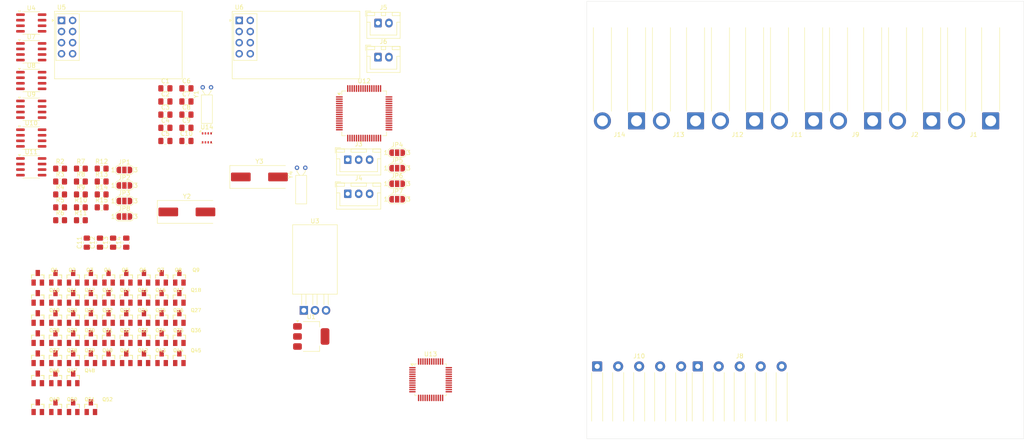
<source format=kicad_pcb>
(kicad_pcb (version 20241229) (generator "pcbnew") (generator_version "9.0")
  (layers (0 "F.Cu" signal) (2 "B.Cu" signal) (13 "F.Paste" user) (15 "B.Paste" user) (5 "F.SilkS" user "F.Silkscreen") (7 "B.SilkS" user "B.Silkscreen") (1 "F.Mask" user) (3 "B.Mask" user) (25 "Edge.Cuts" user))
  (net 0 "")
  (net 1 "VCC")
  (net 2 "GND")
  (net 3 "+3.3V")
  (net 4 "+5V")
  (net 5 "Net-(U11-FILTER)")
  (net 7 "Net-(U7-FILTER)")
  (net 8 "Net-(U8-FILTER)")
  (net 9 "Net-(U9-FILTER)")
  (net 10 "Net-(U10-FILTER)")
  (net 11 "Net-(J2-Pin_2)")
  (net 12 "Net-(J2-Pin_1)")
  (net 13 "Net-(J3-Pin_2)")
  (net 14 "Net-(J4-Pin_2)")
  (net 15 "Net-(J5-Pin_1)")
  (net 16 "Net-(J6-Pin_1)")
  (net 17 "Net-(J8-Pin_5)")
  (net 18 "Net-(J8-Pin_4)")
  (net 19 "Net-(J10-Pin_2)")
  (net 20 "Net-(J10-Pin_5)")
  (net 21 "Net-(J10-Pin_3)")
  (net 22 "Net-(J10-Pin_4)")
  (net 23 "Net-(J11-Pin_2)")
  (net 24 "MOTOR3b")
  (net 25 "Net-(J12-Pin_2)")
  (net 26 "Net-(J12-Pin_1)")
  (net 27 "Net-(J13-Pin_1)")
  (net 28 "Net-(J13-Pin_2)")
  (net 29 "Net-(J14-Pin_1)")
  (net 30 "Net-(J14-Pin_2)")
  (net 31 "Net-(JP4-B)")
  (net 32 "Net-(JP4-C)")
  (net 33 "Net-(JP5-C)")
  (net 34 "Net-(JP5-B)")
  (net 35 "Net-(JP6-C)")
  (net 36 "Net-(JP6-B)")
  (net 37 "Net-(JP7-B)")
  (net 38 "Net-(JP7-C)")
  (net 39 "Net-(JP8-B)")
  (net 40 "Net-(JP8-C)")
  (net 42 "PWM1")
  (net 43 "MOTOR5b")
  (net 44 "MOTOR4b")
  (net 45 "PWM3")
  (net 46 "MOTOR2b")
  (net 48 "MOTOR6b")
  (net 49 "Net-(U12-PC15)")
  (net 50 "MOTOR1b")
  (net 51 "Net-(U12-PC14)")
  (net 52 "MOTOR1IN")
  (net 53 "PWM4")
  (net 54 "MOTOR2IN")
  (net 55 "Net-(U12-PH1)")
  (net 56 "Net-(U12-PH0)")
  (net 57 "MOTOR3IN")
  (net 58 "MOTOR4IN")
  (net 59 "PWM2")
  (net 61 "Net-(Q21-Pad1)")
  (net 62 "MOTOR5IN")
  (net 63 "MOTOR6IN")
  (net 64 "Net-(U13-PB7)")
  (net 65 "Net-(U13-PB6)")
  (net 66 "MOTOR2a")
  (net 67 "Net-(U4-VIOUT)")
  (net 70 "Net-(JP3-B)")
  (net 71 "Net-(JP2-B)")
  (net 72 "Net-(U13-PB1)")
  (net 73 "Net-(JP1-B)")
  (net 74 "MOTOR3a")
  (net 75 "Net-(U7-VIOUT)")
  (net 76 "MOTOR4a")
  (net 77 "Net-(U8-VIOUT)")
  (net 78 "Net-(U9-VIOUT)")
  (net 79 "MOTOR5a")
  (net 80 "MOTOR56IN")
  (net 81 "Net-(U10-VIOUT)")
  (net 82 "MOTOR6a")
  (net 83 "Net-(U11-VIOUT)")
  (net 84 "MOTOR1a")
  (net 106 "Net-(U12-PA3)")
  (net 109 "Net-(U12-VSS-Pad18)")
  (net 120 "Net-(U13-PF1)")
  (net 121 "Net-(U13-PC13)")
  (net 124 "Net-(U13-PA2)")
  (net 128 "Net-(U13-PF0)")
  (net 130 "Net-(U13-PA0)")
  (net 134 "Net-(JP2-C)")
  (net 135 "Net-(U13-PA4)")
  (net 136 "Net-(U13-PC14)")
  (net 137 "Net-(U13-PA5)")
  (net 146 "Net-(U13-PA1)")
  (net 149 "Net-(U13-PA3)")
  (net 152 "Net-(JP3-C)")
  (net 154 "Net-(JP1-C)")
  (net 156 "Net-(J8-Pin_2)")
  (net 157 "Net-(J8-Pin_3)")
  (net 158 "Net-(J9-Pin_2)")
  (net 159 "Net-(J9-Pin_1)")
  (footprint "Connector_Wire:SolderWire-2sqmm_1x02_P7.8mm_D2mm_OD3.9mm_Relief" (layer "F.Cu") (at 174.9 77.325 180)
    (property "Reference" "J13" (at 3.9 -3.15 0) (layer "F.SilkS"))
    (property "Value" "Conn_01x02_Socket")
    (pad "" np_thru_hole circle (at 0 23.4 180) (size 4.4 4.4) (drill 4.4) (layers "*.Cu" "*.Mask"))
    (pad "" np_thru_hole circle (at 7.8 23.4 180) (size 4.4 4.4) (drill 4.4) (layers "*.Cu" "*.Mask"))
    (pad "1" thru_hole roundrect (at 0 0 180) (size 3.9 3.9) (drill 2.5) (layers "*.Cu" "*.Mask") (roundrect_rratio 0.064103) (net 27 "Net-(J13-Pin_1)"))
    (pad "2" thru_hole circle (at 7.8 0 180) (size 3.9 3.9) (drill 2.5) (layers "*.Cu" "*.Mask") (net 28 "Net-(J13-Pin_2)"))
  )
  (footprint "SI2312:SOT23" (layer "F.Cu") (at 28.499 113.215)
    (property "Reference" "Q2" (at 3.81 -1.778 0) (layer "F.SilkS") (effects (font (size 0.8 0.8))))
    (property "Value" "SI2312")
    (pad "1" smd rect (at -0.95 1.1) (size 1 1.4) (layers "F.Cu" "F.Mask" "F.Paste") (net 84 "MOTOR1a"))
    (pad "2" smd rect (at 0.95 1.1) (size 1 1.4) (layers "F.Cu" "F.Mask" "F.Paste") (net 11 "Net-(J2-Pin_2)"))
    (pad "3" smd rect (at 0 -1.1) (size 1 1.4) (layers "F.Cu" "F.Mask" "F.Paste") (net 1 "VCC"))
  )
  (footprint "Crystal:Crystal_DS26_D2.0mm_L6.0mm_Horizontal" (layer "F.Cu") (at 83.74 88.05)
    (property "Reference" "Y4" (at -1.49 1.6275 90) (layer "F.SilkS"))
    (property "Value" "32.786KHz")
    (pad "1" thru_hole circle (at 0 0) (size 1 1) (drill 0.5) (layers "*.Cu" "*.Mask") (net 51 "Net-(U12-PC14)"))
    (pad "2" thru_hole circle (at 1.9 0) (size 1 1) (drill 0.5) (layers "*.Cu" "*.Mask") (net 49 "Net-(U12-PC15)"))
  )
  (footprint "Jumper:SolderJumper-3_P1.3mm_Open_RoundedPad1.0x1.5mm_NumberLabels" (layer "F.Cu") (at 44.26 92.1)
    (property "Reference" "JP2" (at 0 -1.8 0) (layer "F.SilkS"))
    (property "Value" "SolderJumper_3_Open")
    (fp_text user "1" (at -2.6 0 0) (layer "F.SilkS"))
    (fp_text user "3" (at 2.6 0 0) (layer "F.SilkS"))
    (pad "1" smd custom (at -1.3 0) (size 1 0.5) (layers "F.Cu" "F.Mask") (net 18 "Net-(J8-Pin_4)") (options (clearance outline) (anchor rect)) (primitives (gr_circle (center 0 0.25) (end 0.5 0.25) (width 0) (fill yes)) (gr_circle (center 0 -0.25) (end 0.5 -0.25) (width 0) (fill yes)) (gr_poly (pts (xy 0.55 0.75) (xy 0 0.75) (xy 0 -0.75) (xy 0.55 -0.75)) (width 0) (fill yes))))
    (pad "2" smd rect (at 0 0) (size 1 1.5) (layers "F.Cu" "F.Mask") (net 134 "Net-(JP2-C)"))
    (pad "3" smd custom (at 1.3 0) (size 1 0.5) (layers "F.Cu" "F.Mask") (net 71 "Net-(JP2-B)") (options (clearance outline) (anchor rect)) (primitives (gr_circle (center 0 0.25) (end 0.5 0.25) (width 0) (fill yes)) (gr_circle (center 0 -0.25) (end 0.5 -0.25) (width 0) (fill yes)) (gr_poly (pts (xy 0 0.75) (xy -0.55 0.75) (xy -0.55 -0.75) (xy 0 -0.75)) (width 0) (fill yes))))
  )
  (footprint "Capacitor_SMD:C_0805_2012Metric_Pad1.18x1.45mm_HandSolder" (layer "F.Cu") (at 58.45 81.92)
    (property "Reference" "C10" (at 0 -1.68 0) (layer "F.SilkS"))
    (property "Value" "12,5pF")
    (pad "1" smd roundrect (at -1.0375 0) (size 1.175 1.45) (layers "F.Cu" "F.Mask" "F.Paste") (roundrect_rratio 0.212766) (net 2 "GND"))
    (pad "2" smd roundrect (at 1.0375 0) (size 1.175 1.45) (layers "F.Cu" "F.Mask" "F.Paste") (roundrect_rratio 0.212766) (net 136 "Net-(U13-PC14)"))
  )
  (footprint "SI2312:SOT23" (layer "F.Cu") (at 36.595 142.815)
    (property "Reference" "Q52" (at 3.81 -1.778 0) (layer "F.SilkS") (effects (font (size 0.8 0.8))))
    (property "Value" "SI2312")
    (pad "1" smd rect (at -0.95 1.1) (size 1 1.4) (layers "F.Cu" "F.Mask" "F.Paste") (net 59 "PWM2"))
    (pad "2" smd rect (at 0.95 1.1) (size 1 1.4) (layers "F.Cu" "F.Mask" "F.Paste") (net 14 "Net-(J4-Pin_2)"))
    (pad "3" smd rect (at 0 -1.1) (size 1 1.4) (layers "F.Cu" "F.Mask" "F.Paste") (net 4 "+5V"))
  )
  (footprint "SI2312:SOT23" (layer "F.Cu") (at 56.835 122.415)
    (property "Reference" "Q27" (at 3.81 -1.778 0) (layer "F.SilkS") (effects (font (size 0.8 0.8))))
    (property "Value" "SI2312")
    (pad "1" smd rect (at -0.95 1.1) (size 1 1.4) (layers "F.Cu" "F.Mask" "F.Paste") (net 79 "MOTOR5a"))
    (pad "2" smd rect (at 0.95 1.1) (size 1 1.4) (layers "F.Cu" "F.Mask" "F.Paste") (net 28 "Net-(J13-Pin_2)"))
    (pad "3" smd rect (at 0 -1.1) (size 1 1.4) (layers "F.Cu" "F.Mask" "F.Paste") (net 1 "VCC"))
  )
  (footprint "SI2312:SOT23" (layer "F.Cu") (at 40.643 131.615)
    (property "Reference" "Q41" (at 3.81 -1.778 0) (layer "F.SilkS") (effects (font (size 0.8 0.8))))
    (property "Value" "SI2312")
    (pad "1" smd rect (at -0.95 1.1) (size 1 1.4) (layers "F.Cu" "F.Mask" "F.Paste") (net 48 "MOTOR6b"))
    (pad "2" smd rect (at 0.95 1.1) (size 1 1.4) (layers "F.Cu" "F.Mask" "F.Paste") (net 29 "Net-(J14-Pin_1)"))
    (pad "3" smd rect (at 0 -1.1) (size 1 1.4) (layers "F.Cu" "F.Mask" "F.Paste") (net 1 "VCC"))
  )
  (footprint "Capacitor_SMD:C_0805_2012Metric_Pad1.18x1.45mm_HandSolder" (layer "F.Cu") (at 58.45 69.88)
    (property "Reference" "C6" (at 0 -1.68 0) (layer "F.SilkS"))
    (property "Value" "C")
    (pad "1" smd roundrect (at -1.0375 0) (size 1.175 1.45) (layers "F.Cu" "F.Mask" "F.Paste") (roundrect_rratio 0.212766) (net 10 "Net-(U10-FILTER)"))
    (pad "2" smd roundrect (at 1.0375 0) (size 1.175 1.45) (layers "F.Cu" "F.Mask" "F.Paste") (roundrect_rratio 0.212766) (net 2 "GND"))
  )
  (footprint "SI2312:SOT23" (layer "F.Cu") (at 48.739 127.015)
    (property "Reference" "Q34" (at 3.81 -1.778 0) (layer "F.SilkS") (effects (font (size 0.8 0.8))))
    (property "Value" "SI2312")
    (pad "1" smd rect (at -0.95 1.1) (size 1 1.4) (layers "F.Cu" "F.Mask" "F.Paste") (net 43 "MOTOR5b"))
    (pad "2" smd rect (at 0.95 1.1) (size 1 1.4) (layers "F.Cu" "F.Mask" "F.Paste") (net 62 "MOTOR5IN"))
    (pad "3" smd rect (at 0 -1.1) (size 1 1.4) (layers "F.Cu" "F.Mask" "F.Paste") (net 28 "Net-(J13-Pin_2)"))
  )
  (footprint "Capacitor_SMD:C_0805_2012Metric_Pad1.18x1.45mm_HandSolder" (layer "F.Cu") (at 41.681 105.1775 90)
    (property "Reference" "C13" (at 0 -1.68 90) (layer "F.SilkS"))
    (property "Value" "12,5pF")
    (pad "1" smd roundrect (at -1.0375 0 90) (size 1.175 1.45) (layers "F.Cu" "F.Mask" "F.Paste") (roundrect_rratio 0.212766) (net 49 "Net-(U12-PC15)"))
    (pad "2" smd roundrect (at 1.0375 0 90) (size 1.175 1.45) (layers "F.Cu" "F.Mask" "F.Paste") (roundrect_rratio 0.212766) (net 2 "GND"))
  )
  (footprint "Package_LGA:Bosch_LGA-8_2.5x2.5mm_P0.65mm_ClockwisePinNumbering" (layer "F.Cu") (at 63.125 81.205)
    (property "Reference" "U14" (at 0.015 -2.465 0) (layer "F.SilkS"))
    (property "Value" "BME280")
    (pad "1" smd rect (at -0.975 -1.025 90) (size 0.5 0.35) (layers "F.Cu" "F.Mask" "F.Paste") (net 2 "GND"))
    (pad "2" smd rect (at -0.325 -1.025 90) (size 0.5 0.35) (layers "F.Cu" "F.Mask" "F.Paste") (net 3 "+3.3V"))
    (pad "3" smd rect (at 0.325 -1.025 90) (size 0.5 0.35) (layers "F.Cu" "F.Mask" "F.Paste") (net 64 "Net-(U13-PB7)"))
    (pad "4" smd rect (at 0.975 -1.025 90) (size 0.5 0.35) (layers "F.Cu" "F.Mask" "F.Paste") (net 65 "Net-(U13-PB6)"))
    (pad "5" smd rect (at 0.975 1.025 90) (size 0.5 0.35) (layers "F.Cu" "F.Mask" "F.Paste") (net 3 "+3.3V"))
    (pad "6" smd rect (at 0.325 1.025 90) (size 0.5 0.35) (layers "F.Cu" "F.Mask" "F.Paste") (net 3 "+3.3V"))
    (pad "7" smd rect (at -0.325 1.025 90) (size 0.5 0.35) (layers "F.Cu" "F.Mask" "F.Paste") (net 2 "GND"))
    (pad "8" smd rect (at -0.975 1.025 90) (size 0.5 0.35) (layers "F.Cu" "F.Mask" "F.Paste") (net 3 "+3.3V"))
  )
  (footprint "SI2312:SOT23" (layer "F.Cu") (at 44.691 122.415)
    (property "Reference" "Q24" (at 3.81 -1.778 0) (layer "F.SilkS") (effects (font (size 0.8 0.8))))
    (property "Value" "SI2312")
    (pad "1" smd rect (at -0.95 1.1) (size 1 1.4) (layers "F.Cu" "F.Mask" "F.Paste") (net 74 "MOTOR3a"))
    (pad "2" smd rect (at 0.95 1.1) (size 1 1.4) (layers "F.Cu" "F.Mask" "F.Paste") (net 57 "MOTOR3IN"))
    (pad "3" smd rect (at 0 -1.1) (size 1 1.4) (layers "F.Cu" "F.Mask" "F.Paste") (net 24 "MOTOR3b"))
  )
  (footprint "Capacitor_SMD:C_0805_2012Metric_Pad1.18x1.45mm_HandSolder" (layer "F.Cu") (at 58.45 72.89)
    (property "Reference" "C7" (at 0 -1.68 0) (layer "F.SilkS"))
    (property "Value" "12,5pF")
    (pad "1" smd roundrect (at -1.0375 0) (size 1.175 1.45) (layers "F.Cu" "F.Mask" "F.Paste") (roundrect_rratio 0.212766) (net 128 "Net-(U13-PF0)"))
    (pad "2" smd roundrect (at 1.0375 0) (size 1.175 1.45) (layers "F.Cu" "F.Mask" "F.Paste") (roundrect_rratio 0.212766) (net 2 "GND"))
  )
  (footprint "Jumper:SolderJumper-3_P1.3mm_Open_RoundedPad1.0x1.5mm_NumberLabels" (layer "F.Cu") (at 106.65 91.7)
    (property "Reference" "JP6" (at 0 -1.8 0) (layer "F.SilkS"))
    (property "Value" "SolderJumper_3_Open")
    (fp_text user "3" (at 2.6 0 0) (layer "F.SilkS"))
    (fp_text user "1" (at -2.6 0 0) (layer "F.SilkS"))
    (pad "1" smd custom (at -1.3 0) (size 1 0.5) (layers "F.Cu" "F.Mask") (net 20 "Net-(J10-Pin_5)") (options (clearance outline) (anchor rect)) (primitives (gr_circle (center 0 0.25) (end 0.5 0.25) (width 0) (fill yes)) (gr_circle (center 0 -0.25) (end 0.5 -0.25) (width 0) (fill yes)) (gr_poly (pts (xy 0.55 0.75) (xy 0 0.75) (xy 0 -0.75) (xy 0.55 -0.75)) (width 0) (fill yes))))
    (pad "2" smd rect (at 0 0) (size 1 1.5) (layers "F.Cu" "F.Mask") (net 35 "Net-(JP6-C)"))
    (pad "3" smd custom (at 1.3 0) (size 1 0.5) (layers "F.Cu" "F.Mask") (net 36 "Net-(JP6-B)") (options (clearance outline) (anchor rect)) (primitives (gr_circle (center 0 0.25) (end 0.5 0.25) (width 0) (fill yes)) (gr_circle (center 0 -0.25) (end 0.5 -0.25) (width 0) (fill yes)) (gr_poly (pts (xy 0 0.75) (xy -0.55 0.75) (xy -0.55 -0.75) (xy 0 -0.75)) (width 0) (fill yes))))
  )
  (footprint "Connector_Wire:SolderWire-2sqmm_1x02_P7.8mm_D2mm_OD3.9mm_Relief" (layer "F.Cu") (at 215.4 77.325 180)
    (property "Reference" "J9" (at 3.9 -3.15 0) (layer "F.SilkS"))
    (property "Value" "Conn_01x02_Socket")
    (pad "" np_thru_hole circle (at 0 23.4 180) (size 4.4 4.4) (drill 4.4) (layers "*.Cu" "*.Mask"))
    (pad "" np_thru_hole circle (at 7.8 23.4 180) (size 4.4 4.4) (drill 4.4) (layers "*.Cu" "*.Mask"))
    (pad "1" thru_hole roundrect (at 0 0 180) (size 3.9 3.9) (drill 2.5) (layers "*.Cu" "*.Mask") (roundrect_rratio 0.064103) (net 159 "Net-(J9-Pin_1)"))
    (pad "2" thru_hole circle (at 7.8 0 180) (size 3.9 3.9) (drill 2.5) (layers "*.Cu" "*.Mask") (net 158 "Net-(J9-Pin_2)"))
  )
  (footprint "SI2312:SOT23" (layer "F.Cu") (at 44.691 113.215)
    (property "Reference" "Q6" (at 3.81 -1.778 0) (layer "F.SilkS") (effects (font (size 0.8 0.8))))
    (property "Value" "SI2312")
    (pad "1" smd rect (at -0.95 1.1) (size 1 1.4) (layers "F.Cu" "F.Mask" "F.Paste") (net 50 "MOTOR1b"))
    (pad "2" smd rect (at 0.95 1.1) (size 1 1.4) (layers "F.Cu" "F.Mask" "F.Paste") (net 52 "MOTOR1IN"))
    (pad "3" smd rect (at 0 -1.1) (size 1 1.4) (layers "F.Cu" "F.Mask" "F.Paste") (net 11 "Net-(J2-Pin_2)"))
  )
  (footprint "SI2312:SOT23" (layer "F.Cu") (at 40.643 117.815)
    (property "Reference" "Q14" (at 3.81 -1.778 0) (layer "F.SilkS") (effects (font (size 0.8 0.8))))
    (property "Value" "SI2312")
    (pad "1" smd rect (at -0.95 1.1) (size 1 1.4) (layers "F.Cu" "F.Mask" "F.Paste") (net 66 "MOTOR2a"))
    (pad "2" smd rect (at 0.95 1.1) (size 1 1.4) (layers "F.Cu" "F.Mask" "F.Paste") (net 54 "MOTOR2IN"))
    (pad "3" smd rect (at 0 -1.1) (size 1 1.4) (layers "F.Cu" "F.Mask" "F.Paste") (net 159 "Net-(J9-Pin_1)"))
  )
  (footprint "SI2312:SOT23" (layer "F.Cu") (at 36.595 122.415)
    (property "Reference" "Q22" (at 3.81 -1.778 0) (layer "F.SilkS") (effects (font (size 0.8 0.8))))
    (property "Value" "SI2312")
    (pad "1" smd rect (at -0.95 1.1) (size 1 1.4) (layers "F.Cu" "F.Mask" "F.Paste") (net 74 "MOTOR3a"))
    (pad "2" smd rect (at 0.95 1.1) (size 1 1.4) (layers "F.Cu" "F.Mask" "F.Paste") (net 57 "MOTOR3IN"))
    (pad "3" smd rect (at 0 -1.1) (size 1 1.4) (layers "F.Cu" "F.Mask" "F.Paste") (net 24 "MOTOR3b"))
  )
  (footprint "SI2312:SOT23" (layer "F.Cu") (at 32.547 122.415)
    (property "Reference" "Q21" (at 3.81 -1.778 0) (layer "F.SilkS") (effects (font (size 0.8 0.8))))
    (property "Value" "SI2312")
    (pad "1" smd rect (at -0.95 1.1) (size 1 1.4) (layers "F.Cu" "F.Mask" "F.Paste") (net 61 "Net-(Q21-Pad1)"))
    (pad "2" smd rect (at 0.95 1.1) (size 1 1.4) (layers "F.Cu" "F.Mask" "F.Paste") (net 24 "MOTOR3b"))
    (pad "3" smd rect (at 0 -1.1) (size 1 1.4) (layers "F.Cu" "F.Mask" "F.Paste") (net 1 "VCC"))
  )
  (footprint "Resistor_SMD:R_0805_2012Metric_Pad1.20x1.40mm_HandSolder" (layer "F.Cu") (at 34.31 88.25)
    (property "Reference" "R7" (at 0 -1.65 0) (layer "F.SilkS"))
    (property "Value" "R")
    (pad "1" smd roundrect (at -1 0) (size 1.2 1.4) (layers "F.Cu" "F.Mask" "F.Paste") (roundrect_rratio 0.208333) (net 124 "Net-(U13-PA2)"))
    (pad "2" smd roundrect (at 1 0) (size 1.2 1.4) (layers "F.Cu" "F.Mask" "F.Paste") (roundrect_rratio 0.208333) (net 2 "GND"))
  )
  (footprint "Jumper:SolderJumper-3_P1.3mm_Open_RoundedPad1.0x1.5mm_NumberLabels" (layer "F.Cu") (at 106.65 84.6)
    (property "Reference" "JP4" (at 0 -1.8 0) (layer "F.SilkS"))
    (property "Value" "SolderJumper_3_Open")
    (fp_text user "1" (at -2.6 0 0) (layer "F.SilkS"))
    (fp_text user "3" (at 2.6 0 0) (layer "F.SilkS"))
    (pad "1" smd custom (at -1.3 0) (size 1 0.5) (layers "F.Cu" "F.Mask") (net 21 "Net-(J10-Pin_3)") (options (clearance outline) (anchor rect)) (primitives (gr_circle (center 0 0.25) (end 0.5 0.25) (width 0) (fill yes)) (gr_circle (center 0 -0.25) (end 0.5 -0.25) (width 0) (fill yes)) (gr_poly (pts (xy 0.55 0.75) (xy 0 0.75) (xy 0 -0.75) (xy 0.55 -0.75)) (width 0) (fill yes))))
    (pad "2" smd rect (at 0 0) (size 1 1.5) (layers "F.Cu" "F.Mask") (net 32 "Net-(JP4-C)"))
    (pad "3" smd custom (at 1.3 0) (size 1 0.5) (layers "F.Cu" "F.Mask") (net 31 "Net-(JP4-B)") (options (clearance outline) (anchor rect)) (primitives (gr_circle (center 0 0.25) (end 0.5 0.25) (width 0) (fill yes)) (gr_circle (center 0 -0.25) (end 0.5 -0.25) (width 0) (fill yes)) (gr_poly (pts (xy 0 0.75) (xy -0.55 0.75) (xy -0.55 -0.75) (xy 0 -0.75)) (width 0) (fill yes))))
  )
  (footprint "SI2312:SOT23" (layer "F.Cu") (at 24.451 131.615)
    (property "Reference" "Q37" (at 3.81 -1.778 0) (layer "F.SilkS") (effects (font (size 0.8 0.8))))
    (property "Value" "SI2312")
    (pad "1" smd rect (at -0.95 1.1) (size 1 1.4) (layers "F.Cu" "F.Mask" "F.Paste") (net 44 "MOTOR4b"))
    (pad "2" smd rect (at 0.95 1.1) (size 1 1.4) (layers "F.Cu" "F.Mask" "F.Paste") (net 26 "Net-(J12-Pin_1)"))
    (pad "3" smd rect (at 0 -1.1) (size 1 1.4) (layers "F.Cu" "F.Mask" "F.Paste") (net 1 "VCC"))
  )
  (footprint "Capacitor_SMD:C_0805_2012Metric_Pad1.18x1.45mm_HandSolder" (layer "F.Cu") (at 53.64 75.9)
    (property "Reference" "C3" (at 0 -1.68 0) (layer "F.SilkS"))
    (property "Value" "C")
    (pad "1" smd roundrect (at -1.0375 0) (size 1.175 1.45) (layers "F.Cu" "F.Mask" "F.Paste") (roundrect_rratio 0.212766) (net 7 "Net-(U7-FILTER)"))
    (pad "2" smd roundrect (at 1.0375 0) (size 1.175 1.45) (layers "F.Cu" "F.Mask" "F.Paste") (roundrect_rratio 0.212766) (net 2 "GND"))
  )
  (footprint "Resistor_SMD:R_0805_2012Metric_Pad1.20x1.40mm_HandSolder" (layer "F.Cu") (at 29.56 97.1)
    (property "Reference" "R5" (at 0 -1.65 0) (layer "F.SilkS"))
    (property "Value" "R")
    (pad "1" smd roundrect (at -1 0) (size 1.2 1.4) (layers "F.Cu" "F.Mask" "F.Paste") (roundrect_rratio 0.208333) (net 146 "Net-(U13-PA1)"))
    (pad "2" smd roundrect (at 1 0) (size 1.2 1.4) (layers "F.Cu" "F.Mask" "F.Paste") (roundrect_rratio 0.208333) (net 2 "GND"))
  )
  (footprint "SI2312:SOT23" (layer "F.Cu") (at 36.595 131.615)
    (property "Reference" "Q40" (at 3.81 -1.778 0) (layer "F.SilkS") (effects (font (size 0.8 0.8))))
    (property "Value" "SI2312")
    (pad "1" smd rect (at -0.95 1.1) (size 1 1.4) (layers "F.Cu" "F.Mask" "F.Paste") (net 79 "MOTOR5a"))
    (pad "2" smd rect (at 0.95 1.1) (size 1 1.4) (layers "F.Cu" "F.Mask" "F.Paste") (net 62 "MOTOR5IN"))
    (pad "3" smd rect (at 0 -1.1) (size 1 1.4) (layers "F.Cu" "F.Mask" "F.Paste") (net 27 "Net-(J13-Pin_1)"))
  )
  (footprint "SI2312:SOT23" (layer "F.Cu") (at 28.499 117.815)
    (property "Reference" "Q11" (at 3.81 -1.778 0) (layer "F.SilkS") (effects (font (size 0.8 0.8))))
    (property "Value" "SI2312")
    (pad "1" smd rect (at -0.95 1.1) (size 1 1.4) (layers "F.Cu" "F.Mask" "F.Paste") (net 66 "MOTOR2a"))
    (pad "2" smd rect (at 0.95 1.1) (size 1 1.4) (layers "F.Cu" "F.Mask" "F.Paste") (net 158 "Net-(J9-Pin_2)"))
    (pad "3" smd rect (at 0 -1.1) (size 1 1.4) (layers "F.Cu" "F.Mask" "F.Paste") (net 1 "VCC"))
  )
  (footprint "SI2312:SOT23" (layer "F.Cu") (at 48.739 131.615)
    (property "Reference" "Q43" (at 3.81 -1.778 0) (layer "F.SilkS") (effects (font (size 0.8 0.8))))
    (property "Value" "SI2312")
    (pad "1" smd rect (at -0.95 1.1) (size 1 1.4) (layers "F.Cu" "F.Mask" "F.Paste") (net 44 "MOTOR4b"))
    (pad "2" smd rect (at 0.95 1.1) (size 1 1.4) (layers "F.Cu" "F.Mask" "F.Paste") (net 26 "Net-(J12-Pin_1)"))
    (pad "3" smd rect (at 0 -1.1) (size 1 1.4) (layers "F.Cu" "F.Mask" "F.Paste") (net 1 "VCC"))
  )
  (footprint "Package_SO:SOIC-8_3.9x4.9mm_P1.27mm" (layer "F.Cu") (at 22.96 68.09)
    (property "Reference" "U8" (at 0 -3.4 0) (layer "F.SilkS"))
    (property "Value" "ACS712xLCTR-20A")
    (pad "1" smd roundrect (at -2.475 -1.905) (size 1.95 0.6) (layers "F.Cu" "F.Mask" "F.Paste") (net 58 "MOTOR4IN"))
    (pad "2" smd roundrect (at -2.475 -0.635) (size 1.95 0.6) (layers "F.Cu" "F.Mask" "F.Paste") (net 58 "MOTOR4IN"))
    (pad "3" smd roundrect (at -2.475 0.635) (size 1.95 0.6) (layers "F.Cu" "F.Mask" "F.Paste") (net 2 "GND"))
    (pad "4" smd roundrect (at -2.475 1.905) (size 1.95 0.6) (layers "F.Cu" "F.Mask" "F.Paste") (net 2 "GND"))
    (pad "5" smd roundrect (at 2.475 1.905) (size 1.95 0.6) (layers "F.Cu" "F.Mask" "F.Paste") (net 2 "GND"))
    (pad "6" smd roundrect (at 2.475 0.635) (size 1.95 0.6) (layers "F.Cu" "F.Mask" "F.Paste") (net 8 "Net-(U8-FILTER)"))
    (pad "7" smd roundrect (at 2.475 -0.635) (size 1.95 0.6) (layers "F.Cu" "F.Mask" "F.Paste") (net 77 "Net-(U8-VIOUT)"))
    (pad "8" smd roundrect (at 2.475 -1.905) (size 1.95 0.6) (layers "F.Cu" "F.Mask" "F.Paste") (net 3 "+3.3V"))
  )
  (footprint "Resistor_SMD:R_0805_2012Metric_Pad1.20x1.40mm_HandSolder" (layer "F.Cu") (at 34.31 91.2)
    (property "Reference" "R8" (at 0 -1.65 0) (layer "F.SilkS"))
    (property "Value" "R")
    (pad "1" smd roundrect (at -1 0) (size 1.2 1.4) (layers "F.Cu" "F.Mask" "F.Paste") (roundrect_rratio 0.208333) (net 77 "Net-(U8-VIOUT)"))
    (pad "2" smd roundrect (at 1 0) (size 1.2 1.4) (layers "F.Cu" "F.Mask" "F.Paste") (roundrect_rratio 0.208333) (net 149 "Net-(U13-PA3)"))
  )
  (footprint "Jumper:SolderJumper-3_P1.3mm_Open_RoundedPad1.0x1.5mm_NumberLabels" (layer "F.Cu") (at 106.65 95.25)
    (property "Reference" "JP7" (at 0 -1.8 0) (layer "F.SilkS"))
    (property "Value" "SolderJumper_3_Open")
    (fp_text user "3" (at 2.6 0 0) (layer "F.SilkS"))
    (fp_text user "1" (at -2.6 0 0) (layer "F.SilkS"))
    (pad "1" smd custom (at -1.3 0) (size 1 0.5) (layers "F.Cu" "F.Mask") (net 19 "Net-(J10-Pin_2)") (options (clearance outline) (anchor rect)) (primitives (gr_circle (center 0 0.25) (end 0.5 0.25) (width 0) (fill yes)) (gr_circle (center 0 -0.25) (end 0.5 -0.25) (width 0) (fill yes)) (gr_poly (pts (xy 0.55 0.75) (xy 0 0.75) (xy 0 -0.75) (xy 0.55 -0.75)) (width 0) (fill yes))))
    (pad "2" smd rect (at 0 0) (size 1 1.5) (layers "F.Cu" "F.Mask") (net 38 "Net-(JP7-C)"))
    (pad "3" smd custom (at 1.3 0) (size 1 0.5) (layers "F.Cu" "F.Mask") (net 37 "Net-(JP7-B)") (options (clearance outline) (anchor rect)) (primitives (gr_circle (center 0 0.25) (end 0.5 0.25) (width 0) (fill yes)) (gr_circle (center 0 -0.25) (end 0.5 -0.25) (width 0) (fill yes)) (gr_poly (pts (xy 0 0.75) (xy -0.55 0.75) (xy -0.55 -0.75) (xy 0 -0.75)) (width 0) (fill yes))))
  )
  (footprint "Connector_JST:JST_XH_B2B-XH-A_1x02_P2.50mm_Vertical" (layer "F.Cu") (at 102.27 54.95)
    (property "Reference" "J5" (at 1.25 -3.55 0) (layer "F.SilkS"))
    (property "Value" "Conn_01x02_Socket")
    (pad "1" thru_hole roundrect (at 0 0) (size 1.7 2) (drill 1) (layers "*.Cu" "*.Mask") (roundrect_rratio 0.147059) (net 15 "Net-(J5-Pin_1)"))
    (pad "2" thru_hole oval (at 2.5 0) (size 1.7 2) (drill 1) (layers "*.Cu" "*.Mask") (net 2 "GND"))
  )
  (footprint "Capacitor_SMD:C_0805_2012Metric_Pad1.18x1.45mm_HandSolder" (layer "F.Cu") (at 58.45 75.9)
    (property "Reference" "C8" (at 0 -1.68 0) (layer "F.SilkS"))
    (property "Value" "12,5pF")
    (pad "1" smd roundrect (at -1.0375 0) (size 1.175 1.45) (layers "F.Cu" "F.Mask" "F.Paste") (roundrect_rratio 0.212766) (net 2 "GND"))
    (pad "2" smd roundrect (at 1.0375 0) (size 1.175 1.45) (layers "F.Cu" "F.Mask" "F.Paste") (roundrect_rratio 0.212766) (net 120 "Net-(U13-PF1)"))
  )
  (footprint "Package_SO:SOIC-8_3.9x4.9mm_P1.27mm" (layer "F.Cu") (at 22.96 54.93)
    (property "Reference" "U4" (at 0 -3.4 0) (layer "F.SilkS"))
    (property "Value" "ACS712xLCTR-20A")
    (pad "1" smd roundrect (at -2.475 -1.905) (size 1.95 0.6) (layers "F.Cu" "F.Mask" "F.Paste") (net 54 "MOTOR2IN"))
    (pad "2" smd roundrect (at -2.475 -0.635) (size 1.95 0.6) (layers "F.Cu" "F.Mask" "F.Paste") (net 54 "MOTOR2IN"))
    (pad "3" smd roundrect (at -2.475 0.635) (size 1.95 0.6) (layers "F.Cu" "F.Mask" "F.Paste") (net 2 "GND"))
    (pad "4" smd roundrect (at -2.475 1.905) (size 1.95 0.6) (layers "F.Cu" "F.Mask" "F.Paste") (net 2 "GND"))
    (pad "5" smd roundrect (at 2.475 1.905) (size 1.95 0.6) (layers "F.Cu" "F.Mask" "F.Paste") (net 2 "GND"))
    (pad "6" smd roundrect (at 2.475 0.635) (size 1.95 0.6) (layers "F.Cu" "F.Mask" "F.Paste"))
    (pad "7" smd roundrect (at 2.475 -0.635) (size 1.95 0.6) (layers "F.Cu" "F.Mask" "F.Paste") (net 67 "Net-(U4-VIOUT)"))
    (pad "8" smd roundrect (at 2.475 -1.905) (size 1.95 0.6) (layers "F.Cu" "F.Mask" "F.Paste") (net 3 "+3.3V"))
  )
  (footprint "SI2312:SOT23" (layer "F.Cu") (at 32.547 113.215)
    (property "Reference" "Q3" (at 3.81 -1.778 0) (layer "F.SilkS") (effects (font (size 0.8 0.8))))
    (property "Value" "SI2312")
    (pad "1" smd rect (at -0.95 1.1) (size 1 1.4) (layers "F.Cu" "F.Mask" "F.Paste") (net 50 "MOTOR1b"))
    (pad "2" smd rect (at 0.95 1.1) (size 1 1.4) (layers "F.Cu" "F.Mask" "F.Paste") (net 12 "Net-(J2-Pin_1)"))
    (pad "3" smd rect (at 0 -1.1) (size 1 1.4) (layers "F.Cu" "F.Mask" "F.Paste") (net 1 "VCC"))
  )
  (footprint "SI2312:SOT23" (layer "F.Cu") (at 32.547 127.015)
    (property "Reference" "Q30" (at 3.81 -1.778 0) (layer "F.SilkS") (effects (font (size 0.8 0.8))))
    (property "Value" "SI2312")
    (pad "1" smd rect (at -0.95 1.1) (size 1 1.4) (layers "F.Cu" "F.Mask" "F.Paste") (net 48 "MOTOR6b"))
    (pad "2" smd rect (at 0.95 1.1) (size 1 1.4) (layers "F.Cu" "F.Mask" "F.Paste") (net 63 "MOTOR6IN"))
    (pad "3" smd rect (at 0 -1.1) (size 1 1.4) (layers "F.Cu" "F.Mask" "F.Paste") (net 30 "Net-(J14-Pin_2)"))
  )
  (footprint "Capacitor_SMD:C_0805_2012Metric_Pad1.18x1.45mm_HandSolder" (layer "F.Cu") (at 58.45 78.91)
    (property "Reference" "C9" (at 0 -1.68 0) (layer "F.SilkS"))
    (property "Value" "12,5pF")
    (pad "1" smd roundrect (at -1.0375 0) (size 1.175 1.45) (layers "F.Cu" "F.Mask" "F.Paste") (roundrect_rratio 0.212766) (net 121 "Net-(U13-PC13)"))
    (pad "2" smd roundrect (at 1.0375 0) (size 1.175 1.45) (layers "F.Cu" "F.Mask" "F.Paste") (roundrect_rratio 0.212766) (net 2 "GND"))
  )
  (footprint "RF_Module:nRF24L01_Breakout" (layer "F.Cu") (at 70.521 54.35)
    (property "Reference" "U6" (at 0 -3 0) (layer "F.SilkS"))
    (property "Value" "NRF24L01_Breakout")
    (pad "1" thru_hole rect (at 0 0) (size 1.7 1.7) (drill 1) (layers "*.Cu" "*.Mask") (net 2 "GND"))
    (pad "2" thru_hole circle (at 2.54 0) (size 1.7 1.7) (drill 1) (layers "*.Cu" "*.Mask") (net 3 "+3.3V"))
    (pad "3" thru_hole circle (at 0 2.54) (size 1.7 1.7) (drill 1) (layers "*.Cu" "*.Mask") (net 106 "Net-(U12-PA3)"))
    (pad "4" thru_hole circle (at 2.54 2.54) (size 1.7 1.7) (drill 1) (layers "*.Cu" "*.Mask") (net 37 "Net-(JP7-B)"))
    (pad "5" thru_hole circle (at 0 5.08) (size 1.7 1.7) (drill 1) (layers "*.Cu" "*.Mask") (net 36 "Net-(JP6-B)"))
    (pad "6" thru_hole circle (at 2.54 5.08) (size 1.7 1.7) (drill 1) (layers "*.Cu" "*.Mask") (net 31 "Net-(JP4-B)"))
    (pad "7" thru_hole circle (at 0 7.62) (size 1.7 1.7) (drill 1) (layers "*.Cu" "*.Mask") (net 34 "Net-(JP5-B)"))
    (pad "8" thru_hole circle (at 2.54 7.62) (size 1.7 1.7) (drill 1) (layers "*.Cu" "*.Mask"))
  )
  (footprint "SI2312:SOT23" (layer "F.Cu") (at 44.691 117.815)
    (property "Reference" "Q15" (at 3.81 -1.778 0) (layer "F.SilkS") (effects (font (size 0.8 0.8))))
    (property "Value" "SI2312")
    (pad "1" smd rect (at -0.95 1.1) (size 1 1.4) (layers "F.Cu" "F.Mask" "F.Paste") (net 46 "MOTOR2b"))
    (pad "2" smd rect (at 0.95 1.1) (size 1 1.4) (layers "F.Cu" "F.Mask" "F.Paste") (net 159 "Net-(J9-Pin_1)"))
    (pad "3" smd rect (at 0 -1.1) (size 1 1.4) (layers "F.Cu" "F.Mask" "F.Paste") (net 1 "VCC"))
  )
  (footprint "Resistor_SMD:R_0805_2012Metric_Pad1.20x1.40mm_HandSolder" (layer "F.Cu") (at 29.56 88.25)
    (property "Reference" "R2" (at 0 -1.65 0) (layer "F.SilkS"))
    (property "Value" "R")
    (pad "1" smd roundrect (at -1 0) (size 1.2 1.4) (layers "F.Cu" "F.Mask" "F.Paste") (roundrect_rratio 0.208333) (net 83 "Net-(U11-VIOUT)"))
    (pad "2" smd roundrect (at 1 0) (size 1.2 1.4) (layers "F.Cu" "F.Mask" "F.Paste") (roundrect_rratio 0.208333) (net 130 "Net-(U13-PA0)"))
  )
  (footprint "Package_SO:SOIC-8_3.9x4.9mm_P1.27mm" (layer "F.Cu") (at 22.96 61.51)
    (property "Reference" "U7" (at 0 -3.4 0) (layer "F.SilkS"))
    (property "Value" "ACS712xLCTR-20A")
    (pad "1" smd roundrect (at -2.475 -1.905) (size 1.95 0.6) (layers "F.Cu" "F.Mask" "F.Paste") (net 57 "MOTOR3IN"))
    (pad "2" smd roundrect (at -2.475 -0.635) (size 1.95 0.6) (layers "F.Cu" "F.Mask" "F.Paste") (net 57 "MOTOR3IN"))
    (pad "3" smd roundrect (at -2.475 0.635) (size 1.95 0.6) (layers "F.Cu" "F.Mask" "F.Paste") (net 2 "GND"))
    (pad "4" smd roundrect (at -2.475 1.905) (size 1.95 0.6) (layers "F.Cu" "F.Mask" "F.Paste") (net 2 "GND"))
    (pad "5" smd roundrect (at 2.475 1.905) (size 1.95 0.6) (layers "F.Cu" "F.Mask" "F.Paste") (net 2 "GND"))
    (pad "6" smd roundrect (at 2.475 0.635) (size 1.95 0.6) (layers "F.Cu" "F.Mask" "F.Paste") (net 7 "Net-(U7-FILTER)"))
    (pad "7" smd roundrect (at 2.475 -0.635) (size 1.95 0.6) (layers "F.Cu" "F.Mask" "F.Paste") (net 75 "Net-(U7-VIOUT)"))
    (pad "8" smd roundrect (at 2.475 -1.905) (size 1.95 0.6) (layers "F.Cu" "F.Mask" "F.Paste") (net 3 "+3.3V"))
  )
  (footprint "SI2312:SOT23" (layer "F.Cu") (at 48.739 113.215)
    (property "Reference" "Q7" (at 3.81 -1.778 0) (layer "F.SilkS") (effects (font (size 0.8 0.8))))
    (property "Value" "SI2312")
    (pad "1" smd rect (at -0.95 1.1) (size 1 1.4) (layers "F.Cu" "F.Mask" "F.Paste") (net 84 "MOTOR1a"))
    (pad "2" smd rect (at 0.95 1.1) (size 1 1.4) (layers "F.Cu" "F.Mask" "F.Paste") (net 52 "MOTOR1IN"))
    (pad "3" smd rect (at 0 -1.1) (size 1 1.4) (layers "F.Cu" "F.Mask" "F.Paste") (net 12 "Net-(J2-Pin_1)"))
  )
  (footprint "SI2312:SOT23" (layer "F.Cu") (at 40.643 127.015)
    (property "Reference" "Q32" (at 3.81 -1.778 0) (layer "F.SilkS") (effects (font (size 0.8 0.8))))
    (property "Value" "SI2312")
    (pad "1" smd rect (at -0.95 1.1) (size 1 1.4) (layers "F.Cu" "F.Mask" "F.Paste") (net 44 "MOTOR4b"))
    (pad "2" smd rect (at 0.95 1.1) (size 1 1.4) (layers "F.Cu" "F.Mask" "F.Paste") (net 58 "MOTOR4IN"))
    (pad "3" smd rect (at 0 -1.1) (size 1 1.4) (layers "F.Cu" "F.Mask" "F.Paste") (net 25 "Net-(J12-Pin_2)"))
  )
  (footprint "SI2312:SOT23" (layer "F.Cu") (at 24.451 127.015)
    (property "Reference" "Q28" (at 3.81 -1.778 0) (layer "F.SilkS") (effects (font (size 0.8 0.8))))
    (property "Value" "SI2312")
    (pad "1" smd rect (at -0.95 1.1) (size 1 1.4) (layers "F.Cu" "F.Mask" "F.Paste") (net 43 "MOTOR5b"))
    (pad "2" smd rect (at 0.95 1.1) (size 1 1.4) (layers "F.Cu" "F.Mask" "F.Paste") (net 62 "MOTOR5IN"))
    (pad "3" smd rect (at 0 -1.1) (size 1 1.4) (layers "F.Cu" "F.Mask" "F.Paste") (net 28 "Net-(J13-Pin_2)"))
  )
  (footprint "Jumper:SolderJumper-3_P1.3mm_Open_RoundedPad1.0x1.5mm_NumberLabels" (layer "F.Cu") (at 44.26 88.55)
    (property "Reference" "JP1" (at 0 -1.8 0) (layer "F.SilkS"))
    (property "Value" "SolderJumper_3_Open")
    (fp_text user "3" (at 2.6 0 0) (layer "F.SilkS"))
    (fp_text user "1" (at -2.6 0 0) (layer "F.SilkS"))
    (pad "1" smd custom (at -1.3 0) (size 1 0.5) (layers "F.Cu" "F.Mask") (net 17 "Net-(J8-Pin_5)") (options (clearance outline) (anchor rect)) (primitives (gr_circle (center 0 0.25) (end 0.5 0.25) (width 0) (fill yes)) (gr_circle (center 0 -0.25) (end 0.5 -0.25) (width 0) (fill yes)) (gr_poly (pts (xy 0.55 0.75) (xy 0 0.75) (xy 0 -0.75) (xy 0.55 -0.75)) (width 0) (fill yes))))
    (pad "2" smd rect (at 0 0) (size 1 1.5) (layers "F.Cu" "F.Mask") (net 154 "Net-(JP1-C)"))
    (pad "3" smd custom (at 1.3 0) (size 1 0.5) (layers "F.Cu" "F.Mask") (net 73 "Net-(JP1-B)") (options (clearance outline) (anchor rect)) (primitives (gr_circle (center 0 0.25) (end 0.5 0.25) (width 0) (fill yes)) (gr_circle (center 0 -0.25) (end 0.5 -0.25) (width 0) (fill yes)) (gr_poly (pts (xy 0 0.75) (xy -0.55 0.75) (xy -0.55 -0.75) (xy 0 -0.75)) (width 0) (fill yes))))
  )
  (footprint "Connector_Wire:SolderWire-2sqmm_1x02_P7.8mm_D2mm_OD3.9mm_Relief" (layer "F.Cu") (at 228.9 77.325 180)
    (property "Reference" "J2" (at 3.9 -3.15 0) (layer "F.SilkS"))
    (property "Value" "Conn_01x02_Socket")
    (pad "" np_thru_hole circle (at 0 23.4 180) (size 4.4 4.4) (drill 4.4) (layers "*.Cu" "*.Mask"))
    (pad "" np_thru_hole circle (at 7.8 23.4 180) (size 4.4 4.4) (drill 4.4) (layers "*.Cu" "*.Mask"))
    (pad "1" thru_hole roundrect (at 0 0 180) (size 3.9 3.9) (drill 2.5) (layers "*.Cu" "*.Mask") (roundrect_rratio 0.064103) (net 12 "Net-(J2-Pin_1)"))
    (pad "2" thru_hole circle (at 7.8 0 180) (size 3.9 3.9) (drill 2.5) (layers "*.Cu" "*.Mask") (net 11 "Net-(J2-Pin_2)"))
  )
  (footprint "Package_TO_SOT_THT:TO-220-3_Horizontal_TabDown" (layer "F.Cu") (at 85.31 120.66)
    (property "Reference" "U3" (at 2.54 -20.41 0) (layer "F.SilkS"))
    (property "Value" "L7805")
    (pad "" np_thru_hole circle (at 2.54 -16.66) (size 3.5 3.5) (drill 3.5) (layers "*.Cu" "*.Mask"))
    (pad "1" thru_hole rect (at 0 0) (size 1.905 2) (drill 1.1) (layers "*.Cu" "*.Mask") (net 1 "VCC"))
    (pad "2" thru_hole oval (at 2.54 0) (size 1.905 2) (drill 1.1) (layers "*.Cu" "*.Mask") (net 2 "GND"))
    (pad "3" thru_hole oval (at 5.08 0) (size 1.905 2) (drill 1.1) (layers "*.Cu" "*.Mask") (net 4 "+5V"))
  )
  (footprint "SI2312:SOT23" (layer "F.Cu") (at 56.835 113.215)
    (property "Reference" "Q9" (at 3.81 -1.778 0) (layer "F.SilkS") (effects (font (size 0.8 0.8))))
    (property "Value" "SI2312")
    (pad "1" smd rect (at -0.95 1.1) (size 1 1.4) (layers "F.Cu" "F.Mask" "F.Paste") (net 66 "MOTOR2a"))
    (pad "2" smd rect (at 0.95 1.1) (size 1 1.4) (layers "F.Cu" "F.Mask" "F.Paste") (net 158 "Net-(J9-Pin_2)"))
    (pad "3" smd rect (at 0 -1.1) (size 1 1.4) (layers "F.Cu" "F.Mask" "F.Paste") (net 1 "VCC"))
  )
  (footprint "SI2312:SOT23" (layer "F.Cu") (at 24.451 136.215)
    (property "Reference" "Q46" (at 3.81 -1.778 0) (layer "F.SilkS") (effects (font (size 0.8 0.8))))
    (property "Value" "SI2312")
    (pad "1" smd rect (at -0.95 1.1) (size 1 1.4) (layers "F.Cu" "F.Mask" "F.Paste") (net 79 "MOTOR5a"))
    (pad "2" smd rect (at 0.95 1.1) (size 1 1.4) (layers "F.Cu" "F.Mask" "F.Paste") (net 62 "MOTOR5IN"))
    (pad "3" smd rect (at 0 -1.1) (size 1 1.4) (layers "F.Cu" "F.Mask" "F.Paste") (net 27 "Net-(J13-Pin_1)"))
  )
  (footprint "Package_SO:SOIC-8_3.9x4.9mm_P1.27mm" (layer "F.Cu") (at 22.96 81.25)
    (property "Reference" "U10" (at 0 -3.4 0) (layer "F.SilkS"))
    (property "Value" "ACS712xLCTR-20A")
    (pad "1" smd roundrect (at -2.475 -1.905) (size 1.95 0.6) (layers "F.Cu" "F.Mask" "F.Paste") (net 63 "MOTOR6IN"))
    (pad "2" smd roundrect (at -2.475 -0.635) (size 1.95 0.6) (layers "F.Cu" "F.Mask" "F.Paste") (net 63 "MOTOR6IN"))
    (pad "3" smd roundrect (at -2.475 0.635) (size 1.95 0.6) (layers "F.Cu" "F.Mask" "F.Paste") (net 2 "GND"))
    (pad "4" smd roundrect (at -2.475 1.905) (size 1.95 0.6) (layers "F.Cu" "F.Mask" "F.Paste") (net 2 "GND"))
    (pad "5" smd roundrect (at 2.475 1.905) (size 1.95 0.6) (layers "F.Cu" "F.Mask" "F.Paste") (net 2 "GND"))
    (pad "6" smd roundrect (at 2.475 0.635) (size 1.95 0.6) (layers "F.Cu" "F.Mask" "F.Paste") (net 10 "Net-(U10-FILTER)"))
    (pad "7" smd roundrect (at 2.475 -0.635) (size 1.95 0.6) (layers "F.Cu" "F.Mask" "F.Paste") (net 81 "Net-(U10-VIOUT)"))
    (pad "8" smd roundrect (at 2.475 -1.905) (size 1.95 0.6) (layers "F.Cu" "F.Mask" "F.Paste") (net 3 "+3.3V"))
  )
  (footprint "SI2312:SOT23" (layer "F.Cu") (at 32.547 117.815)
    (property "Reference" "Q12" (at 3.81 -1.778 0) (layer "F.SilkS") (effects (font (size 0.8 0.8))))
    (property "Value" "SI2312")
    (pad "1" smd rect (at -0.95 1.1) (size 1 1.4) (layers "F.Cu" "F.Mask" "F.Paste") (net 46 "MOTOR2b"))
    (pad "2" smd rect (at 0.95 1.1) (size 1 1.4) (layers "F.Cu" "F.Mask" "F.Paste") (net 54 "MOTOR2IN"))
    (pad "3" smd rect (at 0 -1.1) (size 1 1.4) (layers "F.Cu" "F.Mask" "F.Paste") (net 158 "Net-(J9-Pin_2)"))
  )
  (footprint "Resistor_SMD:R_0805_2012Metric_Pad1.20x1.40mm_HandSolder" (layer "F.Cu") (at 34.31 97.1)
    (property "Reference" "R10" (at 0 -1.65 0) (layer "F.SilkS"))
    (property "Value" "R")
    (pad "1" smd roundrect (at -1 0) (size 1.2 1.4) (layers "F.Cu" "F.Mask" "F.Paste") (roundrect_rratio 0.208333) (net 78 "Net-(U9-VIOUT)"))
    (pad "2" smd roundrect (at 1 0) (size 1.2 1.4) (layers "F.Cu" "F.Mask" "F.Paste") (roundrect_rratio 0.208333) (net 135 "Net-(U13-PA4)"))
  )
  (footprint "Connector_Wire:SolderWire-0.5sqmm_1x05_P4.8mm_D0.9mm_OD2.3mm_Relief" (layer "F.Cu") (at 175.4 133.475)
    (property "Reference" "J8" (at 9.6 -2.35 0) (layer "F.SilkS"))
    (property "Value" "Conn_01x05_Socket")
    (pad "" np_thru_hole circle (at 0 13.8) (size 2.8 2.8) (drill 2.8) (layers "*.Cu" "*.Mask"))
    (pad "" np_thru_hole circle (at 4.8 13.8) (size 2.8 2.8) (drill 2.8) (layers "*.Cu" "*.Mask"))
    (pad "" np_thru_hole circle (at 9.6 13.8) (size 2.8 2.8) (drill 2.8) (layers "*.Cu" "*.Mask"))
    (pad "" np_thru_hole circle (at 14.4 13.8) (size 2.8 2.8) (drill 2.8) (layers "*.Cu" "*.Mask"))
    (pad "" np_thru_hole circle (at 19.2 13.8) (size 2.8 2.8) (drill 2.8) (layers "*.Cu" "*.Mask"))
    (pad "1" thru_hole roundrect (at 0 0) (size 2.3 2.3) (drill 1.15) (layers "*.Cu" "*.Mask") (roundrect_rratio 0.108696) (net 2 "GND"))
    (pad "2" thru_hole circle (at 4.8 0) (size 2.3 2.3) (drill 1.15) (layers "*.Cu" "*.Mask") (net 156 "Net-(J8-Pin_2)"))
    (pad "3" thru_hole circle (at 9.6 0) (size 2.3 2.3) (drill 1.15) (layers "*.Cu" "*.Mask") (net 157 "Net-(J8-Pin_3)"))
    (pad "4" thru_hole circle (at 14.4 0) (size 2.3 2.3) (drill 1.15) (layers "*.Cu" "*.Mask") (net 18 "Net-(J8-Pin_4)"))
    (pad "5" thru_hole circle (at 19.2 0) (size 2.3 2.3) (drill 1.15) (layers "*.Cu" "*.Mask") (net 17 "Net-(J8-Pin_5)"))
  )
  (footprint "SI2312:SOT23" (layer "F.Cu") (at 52.787 122.415)
    (property "Reference" "Q26" (at 3.81 -1.778 0) (layer "F.SilkS") (effects (font (size 0.8 0.8))))
    (property "Value" "SI2312")
    (pad "1" smd rect (at -0.95 1.1) (size 1 1.4) (layers "F.Cu" "F.Mask" "F.Paste") (net 44 "MOTOR4b"))
    (pad "2" smd rect (at 0.95 1.1) (size 1 1.4) (layers "F.Cu" "F.Mask" "F.Paste") (net 58 "MOTOR4IN"))
    (pad "3" smd rect (at 0 -1.1) (size 1 1.4) (layers "F.Cu" "F.Mask" "F.Paste") (net 25 "Net-(J12-Pin_2)"))
  )
  (footprint "Connector_Wire:SolderWire-2sqmm_1x02_P7.8mm_D2mm_OD3.9mm_Relief" (layer "F.Cu") (at 161.4 77.325 180)
    (property "Reference" "J14" (at 3.9 -3.15 0) (layer "F.SilkS"))
    (property "Value" "Conn_01x02_Socket")
    (pad "" np_thru_hole circle (at 0 23.4 180) (size 4.4 4.4) (drill 4.4) (layers "*.Cu" "*.Mask"))
    (pad "" np_thru_hole circle (at 7.8 23.4 180) (size 4.4 4.4) (drill 4.4) (layers "*.Cu" "*.Mask"))
    (pad "1" thru_hole roundrect (at 0 0 180) (size 3.9 3.9) (drill 2.5) (layers "*.Cu" "*.Mask") (roundrect_rratio 0.064103) (net 29 "Net-(J14-Pin_1)"))
    (pad "2" thru_hole circle (at 7.8 0 180) (size 3.9 3.9) (drill 2.5) (layers "*.Cu" "*.Mask") (net 30 "Net-(J14-Pin_2)"))
  )
  (footprint "Capacitor_SMD:C_0805_2012Metric_Pad1.18x1.45mm_HandSolder" (layer "F.Cu") (at 35.661 105.1775 90)
    (property "Reference" "C11" (at 0 -1.68 90) (layer "F.SilkS"))
    (property "Value" "12,5pF")
    (pad "1" smd roundrect (at -1.0375 0 90) (size 1.175 1.45) (layers "F.Cu" "F.Mask" "F.Paste") (roundrect_rratio 0.212766) (net 55 "Net-(U12-PH1)"))
    (pad "2" smd roundrect (at 1.0375 0 90) (size 1.175 1.45) (layers "F.Cu" "F.Mask" "F.Paste") (roundrect_rratio 0.212766) (net 2 "GND"))
  )
  (footprint "RF_Module:nRF24L01_Breakout" (layer "F.Cu") (at 29.881 54.35)
    (property "Reference" "U5" (at 0 -3 0) (layer "F.SilkS"))
    (property "Value" "NRF24L01_Breakout")
    (pad "1" thru_hole rect (at 0 0) (size 1.7 1.7) (drill 1) (layers "*.Cu" "*.Mask") (net 2 "GND"))
    (pad "2" thru_hole circle (at 2.54 0) (size 1.7 1.7) (drill 1) (layers "*.Cu" "*.Mask") (net 3 "+3.3V"))
    (pad "3" thru_hole circle (at 0 2.54) (size 1.7 1.7) (drill 1) (layers "*.Cu" "*.Mask") (net 72 "Net-(U13-PB1)"))
    (pad "4" thru_hole circle (at 2.54 2.54) (size 1.7 1.7) (drill 1) (layers "*.Cu" "*.Mask") (net 39 "Net-(JP8-B)"))
    (pad "5" thru_hole circle (at 0 5.08) (size 1.7 1.7) (drill 1) (layers "*.Cu" "*.Mask") (net 70 "Net-(JP3-B)"))
    (pad "6" thru_hole circle (at 2.54 5.08) (size 1.7 1.7) (drill 1) (layers "*.Cu" "*.Mask") (net 73 "Net-(JP1-B)"))
    (pad "7" thru_hole circle (at 0 7.62) (size 1.7 1.7) (drill 1) (layers "*.Cu" "*.Mask") (net 71 "Net-(JP2-B)"))
    (pad "8" thru_hole circle (at 2.54 7.62) (size 1.7 1.7) (drill 1) (layers "*.Cu" "*.Mask"))
  )
  (footprint "Resistor_SMD:R_0805_2012Metric_Pad1.20x1.40mm_HandSolder" (layer "F.Cu") (at 29.56 94.15)
    (property "Reference" "R4" (at 0 -1.65 0) (layer "F.SilkS"))
    (property "Value" "R")
    (pad "1" smd roundrect (at -1 0) (size 1.2 1.4) (layers "F.Cu" "F.Mask" "F.Paste") (roundrect_rratio 0.208333) (net 67 "Net-(U4-VIOUT)"))
    (pad "2" smd roundrect (at 1 0) (size 1.2 1.4) (layers "F.Cu" "F.Mask" "F.Paste") (roundrect_rratio 0.208333) (net 146 "Net-(U13-PA1)"))
  )
  (footprint "Resistor_SMD:R_0805_2012Metric_Pad1.20x1.40mm_HandSolder" (layer "F.Cu") (at 29.56 100.05)
    (property "Reference" "R6" (at 0 -1.65 0) (layer "F.SilkS"))
    (property "Value" "R")
    (pad "1" smd roundrect (at -1 0) (size 1.2 1.4) (layers "F.Cu" "F.Mask" "F.Paste") (roundrect_rratio 0.208333) (net 75 "Net-(U7-VIOUT)"))
    (pad "2" smd roundrect (at 1 0) (size 1.2 1.4) (layers "F.Cu" "F.Mask" "F.Paste") (roundrect_rratio 0.208333) (net 124 "Net-(U13-PA2)"))
  )
  (footprint "SI2312:SOT23" (layer "F.Cu") (at 24.451 117.815)
    (property "Reference" "Q10" (at 3.81 -1.778 0) (layer "F.SilkS") (effects (font (size 0.8 0.8))))
    (property "Value" "SI2312")
    (pad "1" smd rect (at -0.95 1.1) (size 1 1.4) (layers "F.Cu" "F.Mask" "F.Paste") (net 46 "MOTOR2b"))
    (pad "2" smd rect (at 0.95 1.1) (size 1 1.4) (layers "F.Cu" "F.Mask" "F.Paste") (net 54 "MOTOR2IN"))
    (pad "3" smd rect (at 0 -1.1) (size 1 1.4) (layers "F.Cu" "F.Mask" "F.Paste") (net 158 "Net-(J9-Pin_2)"))
  )
  (footprint "Jumper:SolderJumper-3_P1.3mm_Open_RoundedPad1.0x1.5mm_NumberLabels" (layer "F.Cu") (at 44.26 99.2)
    (property "Reference" "JP8" (at 0 -1.8 0) (layer "F.SilkS"))
    (property "Value" "SolderJumper_3_Open")
    (fp_text user "3" (at 2.6 0 0) (layer "F.SilkS"))
    (fp_text user "1" (at -2.6 0 0) (layer "F.SilkS"))
    (pad "1" smd custom (at -1.3 0) (size 1 0.5) (layers "F.Cu" "F.Mask") (net 156 "Net-(J8-Pin_2)") (options (clearance outline) (anchor rect)) (primitives (gr_circle (center 0 0.25) (end 0.5 0.25) (width 0) (fill yes)) (gr_circle (center 0 -0.25) (end 0.5 -0.25) (width 0) (fill yes)) (gr_poly (pts (xy 0.55 0.75) (xy 0 0.75) (xy 0 -0.75) (xy 0.55 -0.75)) (width 0) (fill yes))))
    (pad "2" smd rect (at 0 0) (size 1 1.5) (layers "F.Cu" "F.Mask") (net 40 "Net-(JP8-C)"))
    (pad "3" smd custom (at 1.3 0) (size 1 0.5) (layers "F.Cu" "F.Mask") (net 39 "Net-(JP8-B)") (options (clearance outline) (anchor rect)) (primitives (gr_circle (center 0 0.25) (end 0.5 0.25) (width 0) (fill yes)) (gr_circle (center 0 -0.25) (end 0.5 -0.25) (width 0) (fill yes)) (gr_poly (pts (xy 0 0.75) (xy -0.55 0.75) (xy -0.55 -0.75) (xy 0 -0.75)) (width 0) (fill yes))))
  )
  (footprint "SI2312:SOT23" (layer "F.Cu") (at 56.835 131.615)
    (property "Reference" "Q45" (at 3.81 -1.778 0) (layer "F.SilkS") (effects (font (size 0.8 0.8))))
    (property "Value" "SI2312")
    (pad "1" smd rect (at -0.95 1.1) (size 1 1.4) (layers "F.Cu" "F.Mask" "F.Paste") (net 43 "MOTOR5b"))
    (pad "2" smd rect (at 0.95 1.1) (size 1 1.4) (layers "F.Cu" "F.Mask" "F.Paste") (net 27 "Net-(J13-Pin_1)"))
    (pad "3" smd rect (at 0 -1.1) (size 1 1.4) (layers "F.Cu" "F.Mask" "F.Paste") (net 1 "VCC"))
  )
  (footprint "SI2312:SOT23" (layer "F.Cu") (at 32.547 131.615)
    (property "Reference" "Q39" (at 3.81 -1.778 0) (layer "F.SilkS") (effects (font (size 0.8 0.8))))
    (property "Value" "SI2312")
    (pad "1" smd rect (at -0.95 1.1) (size 1 1.4) (layers "F.Cu" "F.Mask" "F.Paste") (net 43 "MOTOR5b"))
    (pad "2" smd rect (at 0.95 1.1) (size 1 1.4) (layers "F.Cu" "F.Mask" "F.Paste") (net 27 "Net-(J13-Pin_1)"))
    (pad "3" smd rect (at 0 -1.1) (size 1 1.4) (layers "F.Cu" "F.Mask" "F.Paste") (net 1 "VCC"))
  )
  (footprint "SI2312:SOT23" (layer "F.Cu") (at 32.547 142.815)
    (property "Reference" "Q51" (at 3.81 -1.778 0) (layer "F.SilkS") (effects (font (size 0.8 0.8))))
    (property "Value" "SI2312")
    (pad "1" smd rect (at -0.95 1.1) (size 1 1.4) (layers "F.Cu" "F.Mask" "F.Paste") (net 42 "PWM1"))
    (pad "2" smd rect (at 0.95 1.1) (size 1 1.4) (layers "F.Cu" "F.Mask" "F.Paste") (net 13 "Net-(J3-Pin_2)"))
    (pad "3" smd rect (at 0 -1.1) (size 1 1.4) (layers "F.Cu" "F.Mask" "F.Paste") (net 4 "+5V"))
  )
  (footprint "Resistor_SMD:R_0805_2012Metric_Pad1.20x1.40mm_HandSolder" (layer "F.Cu") (at 39.06 91.2)
    (property "Reference" "R13" (at 0 -1.65 0) (layer "F.SilkS"))
    (property "Value" "R")
    (pad "1" smd roundrect (at -1 0) (size 1.2 1.4) (layers "F.Cu" "F.Mask" "F.Paste") (roundrect_rratio 0.208333) (net 137 "Net-(U13-PA5)"))
    (pad "2" smd roundrect (at 1 0) (size 1.2 1.4) (layers "F.Cu" "F.Mask" "F.Paste") (roundrect_rratio 0.208333) (net 2 "GND"))
  )
  (footprint "SI2312:SOT23" (layer "F.Cu") (at 28.499 122.415)
    (property "Reference" "Q20" (at 3.81 -1.778 0) (layer "F.SilkS") (effects (font (size 0.8 0.8))))
    (property "Value" "SI2312")
    (pad "1" smd rect (at -0.95 1.1) (size 1 1.4) (layers "F.Cu" "F.Mask" "F.Paste") (net 24 "MOTOR3b"))
    (pad "2" smd rect (at 0.95 1.1) (size 1 1.4) (layers "F.Cu" "F.Mask" "F.Paste") (net 57 "MOTOR3IN"))
    (pad "3" smd rect (at 0 -1.1) (size 1 1.4) (layers "F.Cu" "F.Mask" "F.Paste") (net 23 "Net-(J11-Pin_2)"))
  )
  (footprint "Connector_Wire:SolderWire-0.5sqmm_1x05_P4.8mm_D0.9mm_OD2.3mm_Relief" (layer "F.Cu") (at 152.4 133.475)
    (property "Reference" "J10" (at 9.6 -2.35 0) (layer "F.SilkS"))
    (property "Value" "Conn_01x05_Socket")
    (pad "" np_thru_hole circle (at 0 13.8) (size 2.8 2.8) (drill 2.8) (layers "*.Cu" "*.Mask"))
    (pad "" np_thru_hole circle (at 4.8 13.8) (size 2.8 2.8) (drill 2.8) (layers "*.Cu" "*.Mask"))
    (pad "" np_thru_hole circle (at 9.6 13.8) (size 2.8 2.8) (drill 2.8) (layers "*.Cu" "*.Mask"))
    (pad "" np_thru_hole circle (at 14.4 13.8) (size 2.8 2.8) (drill 2.8) (layers "*.Cu" "*.Mask"))
    (pad "" np_thru_hole circle (at 19.2 13.8) (size 2.8 2.8) (drill 2.8) (layers "*.Cu" "*.Mask"))
    (pad "1" thru_hole roundrect (at 0 0) (size 2.3 2.3) (drill 1.15) (layers "*.Cu" "*.Mask") (roundrect_rratio 0.108696) (net 2 "GND"))
    (pad "2" thru_hole circle (at 4.8 0) (size 2.3 2.3) (drill 1.15) (layers "*.Cu" "*.Mask") (net 19 "Net-(J10-Pin_2)"))
    (pad "3" thru_hole circle (at 9.6 0) (size 2.3 2.3) (drill 1.15) (layers "*.Cu" "*.Mask") (net 21 "Net-(J10-Pin_3)"))
    (pad "4" thru_hole circle (at 14.4 0) (size 2.3 2.3) (drill 1.15) (layers "*.Cu" "*.Mask") (net 22 "Net-(J10-Pin_4)"))
    (pad "5" thru_hole circle (at 19.2 0) (size 2.3 2.3) (drill 1.15) (layers "*.Cu" "*.Mask") (net 20 "Net-(J10-Pin_5)"))
  )
  (footprint "Capacitor_SMD:C_0805_2012Metric_Pad1.18x1.45mm_HandSolder" (layer "F.Cu") (at 53.64 78.91)
    (property "Reference" "C4" (at 0 -1.68 0) (layer "F.SilkS"))
    (property "Value" "C")
    (pad "1" smd roundrect (at -1.0375 0) (size 1.175 1.45) (layers "F.Cu" "F.Mask" "F.Paste") (roundrect_rratio 0.212766) (net 8 "Net-(U8-FILTER)"))
    (pad "2" smd roundrect (at 1.0375 0) (size 1.175 1.45) (layers "F.Cu" "F.Mask" "F.Paste") (roundrect_rratio 0.212766) (net 2 "GND"))
  )
  (footprint "SI2312:SOT23" (layer "F.Cu") (at 52.787 127.015)
    (property "Reference" "Q35" (at 3.81 -1.778 0) (layer "F.SilkS") (effects (font (size 0.8 0.8))))
    (property "Value" "SI2312")
    (pad "1" smd rect (at -0.95 1.1) (size 1 1.4) (layers "F.Cu" "F.Mask" "F.Paste") (net 82 "MOTOR6a"))
    (pad "2" smd rect (at 0.95 1.1) (size 1 1.4) (layers "F.Cu" "F.Mask" "F.Paste") (net 30 "Net-(J14-Pin_2)"))
    (pad "3" smd rect (at 0 -1.1) (size 1 1.4) (layers "F.Cu" "F.Mask" "F.Paste") (net 1 "VCC"))
  )
  (footprint "Crystal:Crystal_SMD_HC49-SD" (layer "F.Cu") (at 75.145 90.15)
    (property "Reference" "Y3" (at 0 -3.55 0) (layer "F.SilkS"))
    (property "Value" "25MHz")
    (pad "1" smd roundrect (at -4.25 0) (size 4.5 2) (layers "F.Cu" "F.Mask" "F.Paste") (roundrect_rratio 0.125) (net 56 "Net-(U12-PH0)"))
    (pad "2" smd roundrect (at 4.25 0) (size 4.5 2) (layers "F.Cu" "F.Mask" "F.Paste") (roundrect_rratio 0.125) (net 55 "Net-(U12-PH1)"))
  )
  (footprint "SI2312:SOT23" (layer "F.Cu") (at 40.643 122.415)
    (property "Reference" "Q23" (at 3.81 -1.778 0) (layer "F.SilkS") (effects (font (size 0.8 0.8))))
    (property "Value" "SI2312")
    (pad "1" smd rect (at -0.95 1.1) (size 1 1.4) (layers "F.Cu" "F.Mask" "F.Paste") (net 61 "Net-(Q21-Pad1)"))
    (pad "2" smd rect (at 0.95 1.1) (size 1 1.4) (layers "F.Cu" "F.Mask" "F.Paste") (net 24 "MOTOR3b"))
    (pad "3" smd rect (at 0 -1.1) (size 1 1.4) (layers "F.Cu" "F.Mask" "F.Paste") (net 1 "VCC"))
  )
  (footprint "Jumper:SolderJumper-3_P1.3mm_Open_RoundedPad1.0x1.5mm_NumberLabels" (layer "F.Cu") (at 106.65 88.15)
    (property "Reference" "JP5" (at 0 -1.8 0) (layer "F.SilkS"))
    (property "Value" "SolderJumper_3_Open")
    (fp_text user "3" (at 2.6 0 0) (layer "F.SilkS"))
    (fp_text user "1" (at -2.6 0 0) (layer "F.SilkS"))
    (pad "1" smd custom (at -1.3 0) (size 1 0.5) (layers "F.Cu" "F.Mask") (net 22 "Net-(J10-Pin_4)") (options (clearance outline) (anchor rect)) (primitives (gr_circle (center 0 0.25) (end 0.5 0.25) (width 0) (fill yes)) (gr_circle (center 0 -0.25) (end 0.5 -0.25) (width 0) (fill yes)) (gr_poly (pts (xy 0.55 0.75) (xy 0 0.75) (xy 0 -0.75) (xy 0.55 -0.75)) (width 0) (fill yes))))
    (pad "2" smd rect (at 0 0) (size 1 1.5) (layers "F.Cu" "F.Mask") (net 33 "Net-(JP5-C)"))
    (pad "3" smd custom (at 1.3 0) (size 1 0.5) (layers "F.Cu" "F.Mask") (net 34 "Net-(JP5-B)") (options (clearance outline) (anchor rect)) (primitives (gr_circle (center 0 0.25) (end 0.5 0.25) (width 0) (fill yes)) (gr_circle (center 0 -0.25) (end 0.5 -0.25) (width 0) (fill yes)) (gr_poly (pts (xy 0 0.75) (xy -0.55 0.75) (xy -0.55 -0.75) (xy 0 -0.75)) (width 0) (fill yes))))
  )
  (footprint "SI2312:SOT23" (layer "F.Cu") (at 48.739 117.815)
    (property "Reference" "Q16" (at 3.81 -1.778 0) (layer "F.SilkS") (effects (font (size 0.8 0.8))))
    (property "Value" "SI2312")
    (pad "1" smd rect (at -0.95 1.1) (size 1 1.4) (layers "F.Cu" "F.Mask" "F.Paste") (net 66 "MOTOR2a"))
    (pad "2" smd rect (at 0.95 1.1) (size 1 1.4) (layers "F.Cu" "F.Mask" "F.Paste") (net 54 "MOTOR2IN"))
    (pad "3" smd rect (at 0 -1.1) (size 1 1.4) (layers "F.Cu" "F.Mask" "F.Paste") (net 159 "Net-(J9-Pin_1)"))
  )
  (footprint "Capacitor_SMD:C_0805_2012Metric_Pad1.18x1.45mm_HandSolder" (layer "F.Cu") (at 38.671 105.1775 90)
    (property "Reference" "C12" (at 0 -1.68 90) (layer "F.SilkS"))
    (property "Value" "12,5pF")
    (pad "1" smd roundrect (at -1.0375 0 90) (size 1.175 1.45) (layers "F.Cu" "F.Mask" "F.Paste") (roundrect_rratio 0.212766) (net 2 "GND"))
    (pad "2" smd roundrect (at 1.0375 0 90) (size 1.175 1.45) (layers "F.Cu" "F.Mask" "F.Paste") (roundrect_rratio 0.212766) (net 56 "Net-(U12-PH0)"))
  )
  (footprint "SI2312:SOT23" (layer "F.Cu") (at 44.691 131.615)
    (property "Reference" "Q42" (at 3.81 -1.778 0) (layer "F.SilkS") (effects (font (size 0.8 0.8))))
    (property "Value" "SI2312")
    (pad "1" smd rect (at -0.95 1.1) (size 1 1.4) (layers "F.Cu" "F.Mask" "F.Paste") (net 82 "MOTOR6a"))
    (pad "2" smd rect (at 0.95 1.1) (size 1 1.4) (layers "F.Cu" "F.Mask" "F.Paste") (net 63 "MOTOR6IN"))
    (pad "3" smd rect (at 0 -1.1) (size 1 1.4) (layers "F.Cu" "F.Mask" "F.Paste") (net 29 "Net-(J14-Pin_1)"))
  )
  (footprint "Resistor_SMD:R_0805_2012Metric_Pad1.20x1.40mm_HandSolder" (layer "F.Cu") (at 39.06 88.25)
    (property "Reference" "R12" (at 0 -1.65 0) (layer "F.SilkS"))
    (property "Value" "R")
    (pad "1" smd roundrect (at -1 0) (size 1.2 1.4) (layers "F.Cu" "F.Mask" "F.Paste") (roundrect_rratio 0.208333) (net 81 "Net-(U10-VIOUT)"))
    (pad "2" smd roundrect (at 1 0) (size 1.2 1.4) (layers "F.Cu" "F.Mask" "F.Paste") (roundrect_rratio 0.208333) (net 137 "Net-(U13-PA5)"))
  )
  (footprint "Capacitor_SMD:C_0805_2012Metric_Pad1.18x1.45mm_HandSolder" (layer "F.Cu") (at 53.64 69.88)
    (property "Reference" "C1" (at 0 -1.68 0) (layer "F.SilkS"))
    (property "Value" "C")
    (pad "1" smd roundrect (at -1.0375 0) (size 1.175 1.45) (layers "F.Cu" "F.Mask" "F.Paste") (roundrect_rratio 0.212766) (net 5 "Net-(U11-FILTER)"))
    (pad "2" smd roundrect (at 1.0375 0) (size 1.175 1.45) (layers "F.Cu" "F.Mask" "F.Paste") (roundrect_rratio 0.212766) (net 2 "GND"))
  )
  (footprint "SI2312:SOT23" (layer "F.Cu") (at 24.451 113.215)
    (property "Reference" "Q1" (at 3.81 -1.778 0) (layer "F.SilkS") (effects (font (size 0.8 0.8))))
    (property "Value" "SI2312")
    (pad "1" smd rect (at -0.95 1.1) (size 1 1.4) (layers "F.Cu" "F.Mask" "F.Paste") (net 84 "MOTOR1a"))
    (pad "2" smd rect (at 0.95 1.1) (size 1 1.4) (layers "F.Cu" "F.Mask" "F.Paste") (net 11 "Net-(J2-Pin_2)"))
    (pad "3" smd rect (at 0 -1.1) (size 1 1.4) (layers "F.Cu" "F.Mask" "F.Paste") (net 1 "VCC"))
  )
  (footprint "Resistor_SMD:R_0805_2012Metric_Pad1.20x1.40mm_HandSolder" (layer "F.Cu") (at 34.31 100.05)
    (property "Reference" "R11" (at 0 -1.65 0) (layer "F.SilkS"))
    (property "Value" "R")
    (pad "1" smd roundrect (at -1 0) (size 1.2 1.4) (layers "F.Cu" "F.Mask" "F.Paste") (roundrect_rratio 0.208333) (net 135 "Net-(U13-PA4)"))
    (pad "2" smd roundrect (at 1 0) (size 1.2 1.4) (layers "F.Cu" "F.Mask" "F.Paste") (roundrect_rratio 0.208333) (net 2 "GND"))
  )
  (footprint "SI2312:SOT23" (layer "F.Cu") (at 40.643 113.215)
    (property "Reference" "Q5" (at 3.81 -1.778 0) (layer "F.SilkS") (effects (font (size 0.8 0.8))))
    (property "Value" "SI2312")
    (pad "1" smd rect (at -0.95 1.1) (size 1 1.4) (layers "F.Cu" "F.Mask" "F.Paste") (net 50 "MOTOR1b"))
    (pad "2" smd rect (at 0.95 1.1) (size 1 1.4) (layers "F.Cu" "F.Mask" "F.Paste") (net 52 "MOTOR1IN"))
    (pad "3" smd rect (at 0 -1.1) (size 1 1.4) (layers "F.Cu" "F.Mask" "F.Paste") (net 11 "Net-(J2-Pin_2)"))
  )
  (footprint "Capacitor_SMD:C_0805_2012Metric_Pad1.18x1.45mm_HandSolder" (layer "F.Cu") (at 44.691 105.1775 90)
    (property "Reference" "C14" (at 0 -1.68 90) (layer "F.SilkS"))
    (property "Value" "12,5pF")
    (pad "1" smd roundrect (at -1.0375 0 90) (size 1.175 1.45) (layers "F.Cu" "F.Mask" "F.Paste") (roundrect_rratio 0.212766) (net 2 "GND"))
    (pad "2" smd roundrect (at 1.0375 0 90) (size 1.175 1.45) (layers "F.Cu" "F.Mask" "F.Paste") (roundrect_rratio 0.212766) (net 51 "Net-(U12-PC14)"))
  )
  (footprint "Package_SO:SOIC-8_3.9x4.9mm_P1.27mm" (layer "F.Cu") (at 22.96 87.83)
    (property "Reference" "U11" (at 0 -3.4 0) (layer "F.SilkS"))
    (property "Value" "ACS712xLCTR-20A")
    (pad "1" smd roundrect (at -2.475 -1.905) (size 1.95 0.6) (layers "F.Cu" "F.Mask" "F.Paste") (net 52 "MOTOR1IN"))
    (pad "2" smd roundrect (at -2.475 -0.635) (size 1.95 0.6) (layers "F.Cu" "F.Mask" "F.Paste") (net 52 "MOTOR1IN"))
    (pad "3" smd roundrect (at -2.475 0.635) (size 1.95 0.6) (layers "F.Cu" "F.Mask" "F.Paste") (net 2 "GND"))
    (pad "4" smd roundrect (at -2.475 1.905) (size 1.95 0.6) (layers "F.Cu" "F.Mask" "F.Paste") (net 2 "GND"))
    (pad "5" smd roundrect (at 2.475 1.905) (size 1.95 0.6) (layers "F.Cu" "F.Mask" "F.Paste") (net 2 "GND"))
    (pad "6" smd roundrect (at 2.475 0.635) (size 1.95 0.6) (layers "F.Cu" "F.Mask" "F.Paste") (net 5 "Net-(U11-FILTER)"))
    (pad "7" smd roundrect (at 2.475 -0.635) (size 1.95 0.6) (layers "F.Cu" "F.Mask" "F.Paste") (net 83 "Net-(U11-VIOUT)"))
    (pad "8" smd roundrect (at 2.475 -1.905) (size 1.95 0.6) (layers "F.Cu" "F.Mask" "F.Paste") (net 3 "+3.3V"))
  )
  (footprint "SI2312:SOT23" (layer "F.Cu") (at 28.499 136.215)
    (property "Reference" "Q47" (at 3.81 -1.778 0) (layer "F.SilkS") (effects (font (size 0.8 0.8))))
    (property "Value" "SI2312")
    (pad "1" smd rect (at -0.95 1.1) (size 1 1.4) (layers "F.Cu" "F.Mask" "F.Paste") (net 48 "MOTOR6b"))
    (pad "2" smd rect (at 0.95 1.1) (size 1 1.4) (layers "F.Cu" "F.Mask" "F.Paste") (net 29 "Net-(J14-Pin_1)"))
    (pad "3" smd rect (at 0 -1.1) (size 1 1.4) (layers "F.Cu" "F.Mask" "F.Paste") (net 1 "VCC"))
  )
  (footprint "Connector_JST:JST_XH_B3B-XH-A_1x03_P2.50mm_Vertical" (layer "F.Cu") (at 95.35 86.2)
    (property "Reference" "J3" (at 2.5 -3.55 0) (layer "F.SilkS"))
    (property "Value" "Conn_01x03_Socket")
    (pad "1" thru_hole roundrect (at 0 0) (size 1.7 1.95) (drill 0.95) (layers "*.Cu" "*.Mask") (roundrect_rratio 0.147059) (net 4 "+5V"))
    (pad "2" thru_hole oval (at 2.5 0) (size 1.7 1.95) (drill 0.95) (layers "*.Cu" "*.Mask") (net 13 "Net-(J3-Pin_2)"))
    (pad "3" thru_hole oval (at 5 0) (size 1.7 1.95) (drill 0.95) (layers "*.Cu" "*.Mask") (net 2 "GND"))
  )
  (footprint "Connector_Wire:SolderWire-2sqmm_1x02_P7.8mm_D2mm_OD3.9mm_Relief" (layer "F.Cu") (at 188.4 77.325 180)
    (property "Reference" "J12" (at 3.9 -3.15 0) (layer "F.SilkS"))
    (property "Value" "Conn_01x02_Socket")
    (pad "" np_thru_hole circle (at 0 23.4 180) (size 4.4 4.4) (drill 4.4) (layers "*.Cu" "*.Mask"))
    (pad "" np_thru_hole circle (at 7.8 23.4 180) (size 4.4 4.4) (drill 4.4) (layers "*.Cu" "*.Mask"))
    (pad "1" thru_hole roundrect (at 0 0 180) (size 3.9 3.9) (drill 2.5) (layers "*.Cu" "*.Mask") (roundrect_rratio 0.064103) (net 26 "Net-(J12-Pin_1)"))
    (pad "2" thru_hole circle (at 7.8 0 180) (size 3.9 3.9) (drill 2.5) (layers "*.Cu" "*.Mask") (net 25 "Net-(J12-Pin_2)"))
  )
  (footprint "SI2312:SOT23" (layer "F.Cu") (at 32.547 136.215)
    (property "Reference" "Q48" (at 3.81 -1.778 0) (layer "F.SilkS") (effects (font (size 0.8 0.8))))
    (property "Value" "SI2312")
    (pad "1" smd rect (at -0.95 1.1) (size 1 1.4) (layers "F.Cu" "F.Mask" "F.Paste") (net 82 "MOTOR6a"))
    (pad "2" smd rect (at 0.95 1.1) (size 1 1.4) (layers "F.Cu" "F.Mask" "F.Paste") (net 63 "MOTOR6IN"))
    (pad "3" smd rect (at 0 -1.1) (size 1 1.4) (layers "F.Cu" "F.Mask" "F.Paste") (net 29 "Net-(J14-Pin_1)"))
  )
  (footprint "SI2312:SOT23" (layer "F.Cu") (at 48.739 122.415)
    (property "Reference" "Q25" (at 3.81 -1.778 0) (layer "F.SilkS") (effects (font (size 0.8 0.8))))
    (property "Value" "SI2312")
    (pad "1" smd rect (at -0.95 1.1) (size 1 1.4) (layers "F.Cu" "F.Mask" "F.Paste") (net 76 "MOTOR4a"))
    (pad "2" smd rect (at 0.95 1.1) (size 1 1.4) (layers "F.Cu" "F.Mask" "F.Paste") (net 25 "Net-(J12-Pin_2)"))
    (pad "3" smd rect (at 0 -1.1) (size 1 1.4) (layers "F.Cu" "F.Mask" "F.Paste") (net 1 "VCC"))
  )
  (footprint "SI2312:SOT23" (layer "F.Cu") (at 56.835 127.015)
    (property "Reference" "Q36" (at 3.81 -1.778 0) (layer "F.SilkS") (effects (font (size 0.8 0.8))))
    (property "Value" "SI2312")
    (pad "1" smd rect (at -0.95 1.1) (size 1 1.4) (layers "F.Cu" "F.Mask" "F.Paste") (net 48 "MOTOR6b"))
    (pad "2" smd rect (at 0.95 1.1) (size 1 1.4) (layers "F.Cu" "F.Mask" "F.Paste") (net 63 "MOTOR6IN"))
    (pad "3" smd rect (at 0 -1.1) (size 1 1.4) (layers "F.Cu" "F.Mask" "F.Paste") (net 30 "Net-(J14-Pin_2)"))
  )
  (footprint "Connector_Wire:SolderWire-2sqmm_1x02_P7.8mm_D2mm_OD3.9mm_Relief" (layer "F.Cu") (at 201.9 77.325 180)
    (property "Reference" "J11" (at 3.9 -3.15 0) (layer "F.SilkS"))
    (property "Value" "Conn_01x02_Socket")
    (pad "" np_thru_hole circle (at 0 23.4 180) (size 4.4 4.4) (drill 4.4) (layers "*.Cu" "*.Mask"))
    (pad "" np_thru_hole circle (at 7.8 23.4 180) (size 4.4 4.4) (drill 4.4) (layers "*.Cu" "*.Mask"))
    (pad "1" thru_hole roundrect (at 0 0 180) (size 3.9 3.9) (drill 2.5) (layers "*.Cu" "*.Mask") (roundrect_rratio 0.064103) (net 24 "MOTOR3b"))
    (pad "2" thru_hole circle (at 7.8 0 180) (size 3.9 3.9) (drill 2.5) (layers "*.Cu" "*.Mask") (net 23 "Net-(J11-Pin_2)"))
  )
  (footprint "SI2312:SOT23" (layer "F.Cu") (at 24.451 122.415)
    (property "Reference" "Q19" (at 3.81 -1.778 0) (layer "F.SilkS") (effects (font (size 0.8 0.8))))
    (property "Value" "SI2312")
    (pad "1" smd rect (at -0.95 1.1) (size 1 1.4) (layers "F.Cu" "F.Mask" "F.Paste") (net 74 "MOTOR3a"))
    (pad "2" smd rect (at 0.95 1.1) (size 1 1.4) (layers "F.Cu" "F.Mask" "F.Paste") (net 23 "Net-(J11-Pin_2)"))
    (pad "3" smd rect (at 0 -1.1) (size 1 1.4) (layers "F.Cu" "F.Mask" "F.Paste") (net 1 "VCC"))
  )
  (footprint "SI2312:SOT23" (layer "F.Cu") (at 36.595 117.815)
    (property "Reference" "Q13" (at 3.81 -1.778 0) (layer "F.SilkS") (effects (font (size 0.8 0.8))))
    (property "Value" "SI2312")
    (pad "1" smd rect (at -0.95 1.1) (size 1 1.4) (layers "F.Cu" "F.Mask" "F.Paste") (net 46 "MOTOR2b"))
    (pad "2" smd rect (at 0.95 1.1) (size 1 1.4) (layers "F.Cu" "F.Mask" "F.Paste") (net 159 "Net-(J9-Pin_1)"))
    (pad "3" smd rect (at 0 -1.1) (size 1 1.4) (layers "F.Cu" "F.Mask" "F.Paste") (net 1 "VCC"))
  )
  (footprint "SI2312:SOT23" (layer "F.Cu") (at 28.499 131.615)
    (property "Reference" "Q38" (at 3.81 -1.778 0) (layer "F.SilkS") (effects (font (size 0.8 0.8))))
    (property "Value" "SI2312")
    (pad "1" smd rect (at -0.95 1.1) (size 1 1.4) (layers "F.Cu" "F.Mask" "F.Paste") (net 76 "MOTOR4a"))
    (pad "2" smd rect (at 0.95 1.1) (size 1 1.4) (layers "F.Cu" "F.Mask" "F.Paste") (net 58 "MOTOR4IN"))
    (pad "3" smd rect (at 0 -1.1) (size 1 1.4) (layers "F.Cu" "F.Mask" "F.Paste") (net 26 "Net-(J12-Pin_1)"))
  )
  (footprint "SI2312:SOT23" (layer "F.Cu") (at 52.787 117.815)
    (property "Reference" "Q17" (at 3.81 -1.778 0) (layer "F.SilkS") (effects (font (size 0.8 0.8))))
    (property "Value" "SI2312")
    (pad "1" smd rect (at -0.95 1.1) (size 1 1.4) (layers "F.Cu" "F.Mask" "F.Paste") (net 74 "MOTOR3a"))
    (pad "2" smd rect (at 0.95 1.1) (size 1 1.4) (layers "F.Cu" "F.Mask" "F.Paste") (net 23 "Net-(J11-Pin_2)"))
    (pad "3" smd rect (at 0 -1.1) (size 1 1.4) (layers "F.Cu" "F.Mask" "F.Paste") (net 1 "VCC"))
  )
  (footprint "SI2312:SOT23" (layer "F.Cu") (at 52.787 113.215)
    (property "Reference" "Q8" (at 3.81 -1.778 0) (layer "F.SilkS") (effects (font (size 0.8 0.8))))
    (property "Value" "SI2312")
    (pad "1" smd rect (at -0.95 1.1) (size 1 1.4) (layers "F.Cu" "F.Mask" "F.Paste") (net 84 "MOTOR1a"))
    (pad "2" smd rect (at 0.95 1.1) (size 1 1.4) (layers "F.Cu" "F.Mask" "F.Paste") (net 52 "MOTOR1IN"))
    (pad "3" smd rect (at 0 -1.1) (size 1 1.4) (layers "F.Cu" "F.Mask" "F.Paste") (net 12 "Net-(J2-Pin_1)"))
  )
  (footprint "Capacitor_SMD:C_0805_2012Metric_Pad1.18x1.45mm_HandSolder" (layer "F.Cu") (at 53.64 72.89)
    (property "Reference" "C2" (at 0 -1.68 0) (layer "F.SilkS"))
    (property "Value" "C")
    (pad "1" smd roundrect (at -1.0375 0) (size 1.175 1.45) (layers "F.Cu" "F.Mask" "F.Paste") (roundrect_rratio 0.212766))
    (pad "2" smd roundrect (at 1.0375 0) (size 1.175 1.45) (layers "F.Cu" "F.Mask" "F.Paste") (roundrect_rratio 0.212766) (net 2 "GND"))
  )
  (footprint "Capacitor_SMD:C_0805_2012Metric_Pad1.18x1.45mm_HandSolder" (layer "F.Cu") (at 53.64 81.92)
    (property "Reference" "C5" (at 0 -1.68 0) (layer "F.SilkS"))
    (property "Value" "C")
    (pad "1" smd roundrect (at -1.0375 0) (size 1.175 1.45) (layers "F.Cu" "F.Mask" "F.Paste") (roundrect_rratio 0.212766) (net 9 "Net-(U9-FILTER)"))
    (pad "2" smd roundrect (at 1.0375 0) (size 1.175 1.45) (layers "F.Cu" "F.Mask" "F.Paste") (roundrect_rratio 0.212766) (net 2 "GND"))
  )
  (footprint "SI2312:SOT23" (layer "F.Cu") (at 36.595 113.215)
    (property "Reference" "Q4" (at 3.81 -1.778 0) (layer "F.SilkS") (effects (font (size 0.8 0.8))))
    (property "Value" "SI2312")
    (pad "1" smd rect (at -0.95 1.1) (size 1 1.4) (layers "F.Cu" "F.Mask" "F.Paste") (net 50 "MOTOR1b"))
    (pad "2" smd rect (at 0.95 1.1) (size 1 1.4) (layers "F.Cu" "F.Mask" "F.Paste") (net 12 "Net-(J2-Pin_1)"))
    (pad "3" smd rect (at 0 -1.1) (size 1 1.4) (layers "F.Cu" "F.Mask" "F.Paste") (net 1 "VCC"))
  )
  (footprint "Connector_JST:JST_XH_B2B-XH-A_1x02_P2.50mm_Vertical" (layer "F.Cu") (at 102.27 62.75)
    (property "Reference" "J6" (at 1.25 -3.55 0) (layer "F.SilkS"))
    (property "Value" "Conn_01x02_Socket")
    (pad "1" thru_hole roundrect (at 0 0) (size 1.7 2) (drill 1) (layers "*.Cu" "*.Mask") (roundrect_rratio 0.147059) (net 16 "Net-(J6-Pin_1)"))
    (pad "2" thru_hole oval (at 2.5 0) (size 1.7 2) (drill 1) (layers "*.Cu" "*.Mask") (net 2 "GND"))
  )
  (footprint "Package_QFP:LQFP-64_10x10mm_P0.5mm" (layer "F.Cu") (at 99.1 75.6)
    (property "Reference" "U12" (at 0 -7.4 0) (layer "F.SilkS"))
    (property "Value" "STM32F411RCTx")
    (pad "1" smd roundrect (at -5.675 -3.75) (size 1.55 0.3) (layers "F.Cu" "F.Mask" "F.Paste"))
    (pad "2" smd roundrect (at -5.675 -3.25) (size 1.55 0.3) (layers "F.Cu" "F.Mask" "F.Paste"))
    (pad "3" smd roundrect (at -5.675 -2.75) (size 1.55 0.3) (layers "F.Cu" "F.Mask" "F.Paste") (net 51 "Net-(U12-PC14)"))
    (pad "4" smd roundrect (at -5.675 -2.25) (size 1.55 0.3) (layers "F.Cu" "F.Mask" "F.Paste") (net 49 "Net-(U12-PC15)"))
    (pad "5" smd roundrect (at -5.675 -1.75) (size 1.55 0.3) (layers "F.Cu" "F.Mask" "F.Paste") (net 56 "Net-(U12-PH0)"))
    (pad "6" smd roundrect (at -5.675 -1.25) (size 1.55 0.3) (layers "F.Cu" "F.Mask" "F.Paste") (net 55 "Net-(U12-PH1)"))
    (pad "7" smd roundrect (at -5.675 -0.75) (size 1.55 0.3) (layers "F.Cu" "F.Mask" "F.Paste"))
    (pad "8" smd roundrect (at -5.675 -0.25) (size 1.55 0.3) (layers "F.Cu" "F.Mask" "F.Paste") (net 84 "MOTOR1a"))
    (pad "9" smd roundrect (at -5.675 0.25) (size 1.55 0.3) (layers "F.Cu" "F.Mask" "F.Paste") (net 50 "MOTOR1b"))
    (pad "10" smd roundrect (at -5.675 0.75) (size 1.55 0.3) (layers "F.Cu" "F.Mask" "F.Paste") (net 66 "MOTOR2a"))
    (pad "11" smd roundrect (at -5.675 1.25) (size 1.55 0.3) (layers "F.Cu" "F.Mask" "F.Paste") (net 46 "MOTOR2b"))
    (pad "12" smd roundrect (at -5.675 1.75) (size 1.55 0.3) (layers "F.Cu" "F.Mask" "F.Paste"))
    (pad "13" smd roundrect (at -5.675 2.25) (size 1.55 0.3) (layers "F.Cu" "F.Mask" "F.Paste"))
    (pad "14" smd roundrect (at -5.675 2.75) (size 1.55 0.3) (layers "F.Cu" "F.Mask" "F.Paste"))
    (pad "15" smd roundrect (at -5.675 3.25) (size 1.55 0.3) (layers "F.Cu" "F.Mask" "F.Paste"))
    (pad "16" smd roundrect (at -5.675 3.75) (size 1.55 0.3) (layers "F.Cu" "F.Mask" "F.Paste"))
    (pad "17" smd roundrect (at -3.75 5.675) (size 0.3 1.55) (layers "F.Cu" "F.Mask" "F.Paste") (net 106 "Net-(U12-PA3)"))
    (pad "18" smd roundrect (at -3.25 5.675) (size 0.3 1.55) (layers "F.Cu" "F.Mask" "F.Paste") (net 109 "Net-(U12-VSS-Pad18)"))
    (pad "19" smd roundrect (at -2.75 5.675) (size 0.3 1.55) (layers "F.Cu" "F.Mask" "F.Paste"))
    (pad "20" smd roundrect (at -2.25 5.675) (size 0.3 1.55) (layers "F.Cu" "F.Mask" "F.Paste") (net 38 "Net-(JP7-C)"))
    (pad "21" smd roundrect (at -1.75 5.675) (size 0.3 1.55) (layers "F.Cu" "F.Mask" "F.Paste") (net 35 "Net-(JP6-C)"))
    (pad "22" smd roundrect (at -1.25 5.675) (size 0.3 1.55) (layers "F.Cu" "F.Mask" "F.Paste") (net 33 "Net-(JP5-C)"))
    (pad "23" smd roundrect (at -0.75 5.675) (size 0.3 1.55) (layers "F.Cu" "F.Mask" "F.Paste") (net 32 "Net-(JP4-C)"))
    (pad "24" smd roundrect (at -0.25 5.675) (size 0.3 1.55) (layers "F.Cu" "F.Mask" "F.Paste") (net 74 "MOTOR3a"))
    (pad "25" smd roundrect (at 0.25 5.675) (size 0.3 1.55) (layers "F.Cu" "F.Mask" "F.Paste") (net 24 "MOTOR3b"))
    (pad "26" smd roundrect (at 0.75 5.675) (size 0.3 1.55) (layers "F.Cu" "F.Mask" "F.Paste") (net 42 "PWM1"))
    (pad "27" smd roundrect (at 1.25 5.675) (size 0.3 1.55) (layers "F.Cu" "F.Mask" "F.Paste") (net 59 "PWM2"))
    (pad "28" smd roundrect (at 1.75 5.675) (size 0.3 1.55) (layers "F.Cu" "F.Mask" "F.Paste") (net 45 "PWM3"))
    (pad "29" smd roundrect (at 2.25 5.675) (size 0.3 1.55) (layers "F.Cu" "F.Mask" "F.Paste"))
    (pad "30" smd roundrect (at 2.75 5.675) (size 0.3 1.55) (layers "F.Cu" "F.Mask" "F.Paste"))
    (pad "31" smd roundrect (at 3.25 5.675) (size 0.3 1.55) (layers "F.Cu" "F.Mask" "F.Paste") (net 109 "Net-(U12-VSS-Pad18)"))
    (pad "32" smd roundrect (at 3.75 5.675) (size 0.3 1.55) (layers "F.Cu" "F.Mask" "F.Paste"))
    (pad "33" smd roundrect (at 5.675 3.75) (size 1.55 0.3) (layers "F.Cu" "F.Mask" "F.Paste"))
    (pad "34" smd roundrect (at 5.675 3.25) (size 1.55 0.3) (layers "F.Cu" "F.Mask" "F.Paste"))
    (pad "35" smd roundrect (at 5.675 2.75) (size 1.55 0.3) (layers "F.Cu" "F.Mask" "F.Paste"))
    (pad "36" smd roundrect (at 5.675 2.25) (size 1.55 0.3) (layers "F.Cu" "F.Mask" "F.Paste"))
    (pad "37" smd roundrect (at 5.675 1.75) (size 1.55 0.3) (layers "F.Cu" "F.Mask" "F.Paste") (net 76 "MOTOR4a"))
    (pad "38" smd roundrect (at 5.675 1.25) (size 1.55 0.3) (layers "F.Cu" "F.Mask" "F.Paste") (net 44 "MOTOR4b"))
    (pad "39" smd roundrect (at 5.675 0.75) (size 1.55 0.3) (layers "F.Cu" "F.Mask" "F.Paste") (net 79 "MOTOR5a"))
    (pad "40" smd roundrect (at 5.675 0.25) (size 1.55 0.3) (layers "F.Cu" "F.Mask" "F.Paste") (net 43 "MOTOR5b"))
    (pad "41" smd roundrect (at 5.675 -0.25) (size 1.55 0.3) (layers "F.Cu" "F.Mask" "F.Paste"))
    (pad "42" smd roundrect (at 5.675 -0.75) (size 1.55 0.3) (layers "F.Cu" "F.Mask" "F.Paste"))
    (pad "43" smd roundrect (at 5.675 -1.25) (size 1.55 0.3) (layers "F.Cu" "F.Mask" "F.Paste"))
    (pad "44" smd roundrect (at 5.675 -1.75) (size 1.55 0.3) (layers "F.Cu" "F.Mask" "F.Paste"))
    (pad "45" smd roundrect (at 5.675 -2.25) (size 1.55 0.3) (layers "F.Cu" "F.Mask" "F.Paste"))
    (pad "46" smd roundrect (at 5.675 -2.75) (size 1.55 0.3) (layers "F.Cu" "F.Mask" "F.Paste"))
    (pad "47" smd roundrect (at 5.675 -3.25) (size 1.55 0.3) (layers "F.Cu" "F.Mask" "F.Paste") (net 109 "Net-(U12-VSS-Pad18)"))
    (pad "48" smd roundrect (at 5.675 -3.75) (size 1.55 0.3) (layers "F.Cu" "F.Mask" "F.Paste"))
    (pad "49" smd roundrect (at 3.75 -5.675) (size 0.3 1.55) (layers "F.Cu" "F.Mask" "F.Paste"))
    (pad "50" smd roundrect (at 3.25 -5.675) (size 0.3 1.55) (layers "F.Cu" "F.Mask" "F.Paste"))
    (pad "51" smd roundrect (at 2.75 -5.675) (size 0.3 1.55) (layers "F.Cu" "F.Mask" "F.Paste") (net 82 "MOTOR6a"))
    (pad "52" smd roundrect (at 2.25 -5.675) (size 0.3 1.55) (layers "F.Cu" "F.Mask" "F.Paste") (net 48 "MOTOR6b"))
    (pad "53" smd roundrect (at 1.75 -5.675) (size 0.3 1.55) (layers "F.Cu" "F.Mask" "F.Paste"))
    (pad "54" smd roundrect (at 1.25 -5.675) (size 0.3 1.55) (layers "F.Cu" "F.Mask" "F.Paste"))
    (pad "55" smd roundrect (at 0.75 -5.675) (size 0.3 1.55) (layers "F.Cu" "F.Mask" "F.Paste") (net 53 "PWM4"))
    (pad "56" smd roundrect (at 0.25 -5.675) (size 0.3 1.55) (layers "F.Cu" "F.Mask" "F.Paste"))
    (pad "57" smd roundrect (at -0.25 -5.675) (size 0.3 1.55) (layers "F.Cu" "F.Mask" "F.Paste"))
    (pad "58" smd roundrect (at -0.75 -5.675) (size 0.3 1.55) (layers "F.Cu" "F.Mask" "F.Paste"))
    (pad "59" smd roundrect (at -1.25 -5.675) (size 0.3 1.55) (layers "F.Cu" "F.Mask" "F.Paste"))
    (pad "60" smd roundrect (at -1.75 -5.675) (size 0.3 1.55) (layers "F.Cu" "F.Mask" "F.Paste"))
    (pad "61" smd roundrect (at -2.25 -5.675) (size 0.3 1.55) (layers "F.Cu" "F.Mask" "F.Paste"))
    (pad "62" smd roundrect (at -2.75 -5.675) (size 0.3 1.55) (layers "F.Cu" "F.Mask" "F.Paste"))
    (pad "63" smd roundrect (at -3.25 -5.675) (size 0.3 1.55) (layers "F.Cu" "F.Mask" "F.Paste") (net 109 "Net-(U12-VSS-Pad18)"))
    (pad "64" smd roundrect (at -3.75 -5.675) (size 0.3 1.55) (layers "F.Cu" "F.Mask" "F.Paste"))
  )
  (footprint "SI2312:SOT23" (layer "F.Cu") (at 44.691 127.015)
    (property "Reference" "Q33" (at 3.81 -1.778 0) (layer "F.SilkS") (effects (font (size 0.8 0.8))))
    (property "Value" "SI2312")
    (pad "1" smd rect (at -0.95 1.1) (size 1 1.4) (layers "F.Cu" "F.Mask" "F.Paste") (net 79 "MOTOR5a"))
    (pad "2" smd rect (at 0.95 1.1) (size 1 1.4) (layers "F.Cu" "F.Mask" "F.Paste") (net 28 "Net-(J13-Pin_2)"))
    (pad "3" smd rect (at 0 -1.1) (size 1 1.4) (layers "F.Cu" "F.Mask" "F.Paste") (net 1 "VCC"))
  )
  (footprint "SI2312:SOT23" (layer "F.Cu") (at 36.595 127.015)
    (property "Reference" "Q31" (at 3.81 -1.778 0) (layer "F.SilkS") (effects (font (size 0.8 0.8))))
    (property "Value" "SI2312")
    (pad "1" smd rect (at -0.95 1.1) (size 1 1.4) (layers "F.Cu" "F.Mask" "F.Paste") (net 76 "MOTOR4a"))
    (pad "2" smd rect (at 0.95 1.1) (size 1 1.4) (layers "F.Cu" "F.Mask" "F.Paste") (net 25 "Net-(J12-Pin_2)"))
    (pad "3" smd rect (at 0 -1.1) (size 1 1.4) (layers "F.Cu" "F.Mask" "F.Paste") (net 1 "VCC"))
  )
  (footprint "Resistor_SMD:R_0805_2012Metric_Pad1.20x1.40mm_HandSolder" (layer "F.Cu") (at 29.56 91.2)
    (property "Reference" "R3" (at 0 -1.65 0) (layer "F.SilkS"))
    (property "Value" "R")
    (pad "1" smd roundrect (at -1 0) (size 1.2 1.4) (layers "F.Cu" "F.Mask" "F.Paste") (roundrect_rratio 0.208333) (net 130 "Net-(U13-PA0)"))
    (pad "2" smd roundrect (at 1 0) (size 1.2 1.4) (layers "F.Cu" "F.Mask" "F.Paste") (roundrect_rratio 0.208333) (net 2 "GND"))
  )
  (footprint "Resistor_SMD:R_0805_2012Metric_Pad1.20x1.40mm_HandSolder" (layer "F.Cu") (at 39.06 94.15)
    (property "Reference" "R14" (at 0 -1.65 0) (layer "F.SilkS"))
    (property "Value" "R")
    (pad "1" smd roundrect (at -1 0) (size 1.2 1.4) (layers "F.Cu" "F.Mask" "F.Paste") (roundrect_rratio 0.208333) (net 3 "+3.3V"))
    (pad "2" smd roundrect (at 1 0) (size 1.2 1.4) (layers "F.Cu" "F.Mask" "F.Paste") (roundrect_rratio 0.208333) (net 65 "Net-(U13-PB6)"))
  )
  (footprint "Package_QFP:LQFP-48_7x7mm_P0.5mm" (layer "F.Cu") (at 114.3 136.525)
    (property "Reference" "U13" (at 0 -5.85 0) (layer "F.SilkS"))
    (property "Value" "STM32F030C8Tx")
    (pad "1" smd roundrect (at -4.1625 -2.75) (size 1.475 0.3) (layers "F.Cu" "F.Mask" "F.Paste") (net 3 "+3.3V"))
    (pad "2" smd roundrect (at -4.1625 -2.25) (size 1.475 0.3) (layers "F.Cu" "F.Mask" "F.Paste") (net 121 "Net-(U13-PC13)"))
    (pad "3" smd roundrect (at -4.1625 -1.75) (size 1.475 0.3) (layers "F.Cu" "F.Mask" "F.Paste") (net 136 "Net-(U13-PC14)"))
    (pad "4" smd roundrect (at -4.1625 -1.25) (size 1.475 0.3) (layers "F.Cu" "F.Mask" "F.Paste"))
    (pad "5" smd roundrect (at -4.1625 -0.75) (size 1.475 0.3) (layers "F.Cu" "F.Mask" "F.Paste") (net 128 "Net-(U13-PF0)"))
    (pad "6" smd roundrect (at -4.1625 -0.25) (size 1.475 0.3) (layers "F.Cu" "F.Mask" "F.Paste") (net 120 "Net-(U13-PF1)"))
    (pad "7" smd roundrect (at -4.1625 0.25) (size 1.475 0.3) (layers "F.Cu" "F.Mask" "F.Paste"))
    (pad "8" smd roundrect (at -4.1625 0.75) (size 1.475 0.3) (layers "F.Cu" "F.Mask" "F.Paste") (net 2 "GND"))
    (pad "9" smd roundrect (at -4.1625 1.25) (size 1.475 0.3) (layers "F.Cu" "F.Mask" "F.Paste") (net 3 "+3.3V"))
    (pad "10" smd roundrect (at -4.1625 1.75) (size 1.475 0.3) (layers "F.Cu" "F.Mask" "F.Paste") (net 130 "Net-(U13-PA0)"))
    (pad "11" smd roundrect (at -4.1625 2.25) (size 1.475 0.3) (layers "F.Cu" "F.Mask" "F.Paste") (net 146 "Net-(U13-PA1)"))
    (pad "12" smd roundrect (at -4.1625 2.75) (size 1.475 0.3) (layers "F.Cu" "F.Mask" "F.Paste") (net 124 "Net-(U13-PA2)"))
    (pad "13" smd roundrect (at -2.75 4.1625) (size 0.3 1.475) (layers "F.Cu" "F.Mask" "F.Paste") (net 149 "Net-(U13-PA3)"))
    (pad "14" smd roundrect (at -2.25 4.1625) (size 0.3 1.475) (layers "F.Cu" "F.Mask" "F.Paste") (net 135 "Net-(U13-PA4)"))
    (pad "15" smd roundrect (at -1.75 4.1625) (size 0.3 1.475) (layers "F.Cu" "F.Mask" "F.Paste") (net 137 "Net-(U13-PA5)"))
    (pad "16" smd roundrect (at -1.25 4.1625) (size 0.3 1.475) (layers "F.Cu" "F.Mask" "F.Paste"))
    (pad "17" smd roundrect (at -0.75 4.1625) (size 0.3 1.475) (layers "F.Cu" "F.Mask" "F.Paste"))
    (pad "18" smd roundrect (at -0.25 4.1625) (size 0.3 1.475) (layers "F.Cu" "F.Mask" "F.Paste"))
    (pad "19" smd roundrect (at 0.25 4.1625) (size 0.3 1.475) (layers "F.Cu" "F.Mask" "F.Paste") (net 72 "Net-(U13-PB1)"))
    (pad "20" smd roundrect (at 0.75 4.1625) (size 0.3 1.475) (layers "F.Cu" "F.Mask" "F.Paste") (net 40 "Net-(JP8-C)"))
    (pad "21" smd roundrect (at 1.25 4.1625) (size 0.3 1.475) (layers "F.Cu" "F.Mask" "F.Paste"))
    (pad "22" smd roundrect (at 1.75 4.1625) (size 0.3 1.475) (layers "F.Cu" "F.Mask" "F.Paste"))
    (pad "23" smd roundrect (at 2.25 4.1625) (size 0.3 1.475) (layers "F.Cu" "F.Mask" "F.Paste") (net 2 "GND"))
    (pad "24" smd roundrect (at 2.75 4.1625) (size 0.3 1.475) (layers "F.Cu" "F.Mask" "F.Paste") (net 3 "+3.3V"))
    (pad "25" smd roundrect (at 4.1625 2.75) (size 1.475 0.3) (layers "F.Cu" "F.Mask" "F.Paste"))
    (pad "26" smd roundrect (at 4.1625 2.25) (size 1.475 0.3) (layers "F.Cu" "F.Mask" "F.Paste"))
    (pad "27" smd roundrect (at 4.1625 1.75) (size 1.475 0.3) (layers "F.Cu" "F.Mask" "F.Paste"))
    (pad "28" smd roundrect (at 4.1625 1.25) (size 1.475 0.3) (layers "F.Cu" "F.Mask" "F.Paste"))
    (pad "29" smd roundrect (at 4.1625 0.75) (size 1.475 0.3) (layers "F.Cu" "F.Mask" "F.Paste"))
    (pad "30" smd roundrect (at 4.1625 0.25) (size 1.475 0.3) (layers "F.Cu" "F.Mask" "F.Paste"))
    (pad "31" smd roundrect (at 4.1625 -0.25) (size 1.475 0.3) (layers "F.Cu" "F.Mask" "F.Paste"))
    (pad "32" smd roundrect (at 4.1625 -0.75) (size 1.475 0.3) (layers "F.Cu" "F.Mask" "F.Paste"))
    (pad "33" smd roundrect (at 4.1625 -1.25) (size 1.475 0.3) (layers "F.Cu" "F.Mask" "F.Paste"))
    (pad "34" smd roundrect (at 4.1625 -1.75) (size 1.475 0.3) (layers "F.Cu" "F.Mask" "F.Paste"))
    (pad "35" smd roundrect (at 4.1625 -2.25) (size 1.475 0.3) (layers "F.Cu" "F.Mask" "F.Paste"))
    (pad "36" smd roundrect (at 4.1625 -2.75) (size 1.475 0.3) (layers "F.Cu" "F.Mask" "F.Paste"))
    (pad "37" smd roundrect (at 2.75 -4.1625) (size 0.3 1.475) (layers "F.Cu" "F.Mask" "F.Paste"))
    (pad "38" smd roundrect (at 2.25 -4.1625) (size 0.3 1.475) (layers "F.Cu" "F.Mask" "F.Paste"))
    (pad "39" smd roundrect (at 1.75 -4.1625) (size 0.3 1.475) (layers "F.Cu" "F.Mask" "F.Paste") (net 152 "Net-(JP3-C)"))
    (pad "40" smd roundrect (at 1.25 -4.1625) (size 0.3 1.475) (layers "F.Cu" "F.Mask" "F.Paste") (net 134 "Net-(JP2-C)"))
    (pad "41" smd roundrect (at 0.75 -4.1625) (size 0.3 1.475) (layers "F.Cu" "F.Mask" "F.Paste") (net 154 "Net-(JP1-C)"))
    (pad "42" smd roundrect (at 0.25 -4.1625) (size 0.3 1.475) (layers "F.Cu" "F.Mask" "F.Paste") (net 65 "Net-(U13-PB6)"))
    (pad "43" smd roundrect (at -0.25 -4.1625) (size 0.3 1.475) (layers "F.Cu" "F.Mask" "F.Paste") (net 64 "Net-(U13-PB7)"))
    (pad "44" smd roundrect (at -0.75 -4.1625) (size 0.3 1.475) (layers "F.Cu" "F.Mask" "F.Paste"))
    (pad "45" smd roundrect (at -1.25 -4.1625) (size 0.3 1.475) (layers "F.Cu" "F.Mask" "F.Paste"))
    (pad "46" smd roundrect (at -1.75 -4.1625) (size 0.3 1.475) (layers "F.Cu" "F.Mask" "F.Paste"))
    (pad "47" smd roundrect (at -2.25 -4.1625) (size 0.3 1.475) (layers "F.Cu" "F.Mask" "F.Paste") (net 2 "GND"))
    (pad "48" smd roundrect (at -2.75 -4.1625) (size 0.3 1.475) (layers "F.Cu" "F.Mask" "F.Paste") (net 3 "+3.3V"))
  )
  (footprint "SI2312:SOT23" (layer "F.Cu") (at 56.835 117.815)
    (property "Reference" "Q18" (at 3.81 -1.778 0) (layer "F.SilkS") (effects (font (size 0.8 0.8))))
    (property "Value" "SI2312")
    (pad "1" smd rect (at -0.95 1.1) (size 1 1.4) (layers "F.Cu" "F.Mask" "F.Paste") (net 24 "MOTOR3b"))
    (pad "2" smd rect (at 0.95 1.1) (size 1 1.4) (layers "F.Cu" "F.Mask" "F.Paste") (net 57 "MOTOR3IN"))
    (pad "3" smd rect (at 0 -1.1) (size 1 1.4) (layers "F.Cu" "F.Mask" "F.Paste") (net 23 "Net-(J11-Pin_2)"))
  )
  (footprint "Crystal:Crystal_DS26_D2.0mm_L6.0mm_Horizontal" (layer "F.Cu") (at 62.18 69.65)
    (property "Reference" "Y1" (at -1.49 1.6275 90) (layer "F.SilkS"))
    (property "Value" "32.786KHz")
    (pad "1" thru_hole circle (at 0 0) (size 1 1) (drill 0.5) (layers "*.Cu" "*.Mask") (net 136 "Net-(U13-PC14)"))
    (pad "2" thru_hole circle (at 1.9 0) (size 1 1) (drill 0.5) (layers "*.Cu" "*.Mask") (net 121 "Net-(U13-PC13)"))
  )
  (footprint "Connector_Wire:SolderWire-2sqmm_1x02_P7.8mm_D2mm_OD3.9mm_Relief" (layer "F.Cu") (at 242.4 77.325 180)
    (property "Reference" "J1" (at 3.9 -3.15 0) (layer "F.SilkS"))
    (property "Value" "Conn_01x02_Socket")
    (pad "" np_thru_hole circle (at 0 23.4 180) (size 4.4 4.4) (drill 4.4) (layers "*.Cu" "*.Mask"))
    (pad "" np_thru_hole circle (at 7.8 23.4 180) (size 4.4 4.4) (drill 4.4) (layers "*.Cu" "*.Mask"))
    (pad "1" thru_hole roundrect (at 0 0 180) (size 3.9 3.9) (drill 2.5) (layers "*.Cu" "*.Mask") (roundrect_rratio 0.064103) (net 2 "GND"))
    (pad "2" thru_hole circle (at 7.8 0 180) (size 3.9 3.9) (drill 2.5) (layers "*.Cu" "*.Mask") (net 1 "VCC"))
  )
  (footprint "SI2312:SOT23" (layer "F.Cu") (at 28.499 127.015)
    (property "Reference" "Q29" (at 3.81 -1.778 0) (layer "F.SilkS") (effects (font (size 0.8 0.8))))
    (property "Value" "SI2312")
    (pad "1" smd rect (at -0.95 1.1) (size 1 1.4) (layers "F.Cu" "F.Mask" "F.Paste") (net 82 "MOTOR6a"))
    (pad "2" smd rect (at 0.95 1.1) (size 1 1.4) (layers "F.Cu" "F.Mask" "F.Paste") (net 30 "Net-(J14-Pin_2)"))
    (pad "3" smd rect (at 0 -1.1) (size 1 1.4) (layers "F.Cu" "F.Mask" "F.Paste") (net 1 "VCC"))
  )
  (footprint "Package_SO:SOIC-8_3.9x4.9mm_P1.27mm" (layer "F.Cu") (at 22.96 74.67)
    (property "Reference" "U9" (at 0 -3.4 0) (layer "F.SilkS"))
    (property "Value" "ACS712xLCTR-20A")
    (pad "1" smd roundrect (at -2.475 -1.905) (size 1.95 0.6) (layers "F.Cu" "F.Mask" "F.Paste") (net 80 "MOTOR56IN"))
    (pad "2" smd roundrect (at -2.475 -0.635) (size 1.95 0.6) (layers "F.Cu" "F.Mask" "F.Paste") (net 80 "MOTOR56IN"))
    (pad "3" smd roundrect (at -2.475 0.635) (size 1.95 0.6) (layers "F.Cu" "F.Mask" "F.Paste") (net 2 "GND"))
    (pad "4" smd roundrect (at -2.475 1.905) (size 1.95 0.6) (layers "F.Cu" "F.Mask" "F.Paste") (net 2 "GND"))
    (pad "5" smd roundrect (at 2.475 1.905) (size 1.95 0.6) (layers "F.Cu" "F.Mask" "F.Paste") (net 2 "GND"))
    (pad "6" smd roundrect (at 2.475 0.635) (size 1.95 0.6) (layers "F.Cu" "F.Mask" "F.Paste") (net 9 "Net-(U9-FILTER)"))
    (pad "7" smd roundrect (at 2.475 -0.635) (size 1.95 0.6) (layers "F.Cu" "F.Mask" "F.Paste") (net 78 "Net-(U9-VIOUT)"))
    (pad "8" smd roundrect (at 2.475 -1.905) (size 1.95 0.6) (layers "F.Cu" "F.Mask" "F.Paste") (net 3 "+3.3V"))
  )
  (footprint "SI2312:SOT23" (layer "F.Cu") (at 52.787 131.615)
    (property "Reference" "Q44" (at 3.81 -1.778 0) (layer "F.SilkS") (effects (font (size 0.8 0.8))))
    (property "Value" "SI2312")
    (pad "1" smd rect (at -0.95 1.1) (size 1 1.4) (layers "F.Cu" "F.Mask" "F.Paste") (net 76 "MOTOR4a"))
    (pad "2" smd rect (at 0.95 1.1) (size 1 1.4) (layers "F.Cu" "F.Mask" "F.Paste") (net 58 "MOTOR4IN"))
    (pad "3" smd rect (at 0 -1.1) (size 1 1.4) (layers "F.Cu" "F.Mask" "F.Paste") (net 26 "Net-(J12-Pin_1)"))
  )
  (footprint "Resistor_SMD:R_0805_2012Metric_Pad1.20x1.40mm_HandSolder" (layer "F.Cu") (at 34.31 94.15)
    (property "Reference" "R9" (at 0 -1.65 0) (layer "F.SilkS"))
    (property "Value" "R")
    (pad "1" smd roundrect (at -1 0) (size 1.2 1.4) (layers "F.Cu" "F.Mask" "F.Paste") (roundrect_rratio 0.208333) (net 149 "Net-(U13-PA3)"))
    (pad "2" smd roundrect (at 1 0) (size 1.2 1.4) (layers "F.Cu" "F.Mask" "F.Paste") (roundrect_rratio 0.208333) (net 2 "GND"))
  )
  (footprint "SI2312:SOT23" (layer "F.Cu") (at 28.499 142.815)
    (property "Reference" "Q50" (at 3.81 -1.778 0) (layer "F.SilkS") (effects (font (size 0.8 0.8))))
    (property "Value" "SI2312")
    (pad "1" smd rect (at -0.95 1.1) (size 1 1.4) (layers "F.Cu" "F.Mask" "F.Paste") (net 53 "PWM4"))
    (pad "2" smd rect (at 0.95 1.1) (size 1 1.4) (layers "F.Cu" "F.Mask" "F.Paste") (net 16 "Net-(J6-Pin_1)"))
    (pad "3" smd rect (at 0 -1.1) (size 1 1.4) (layers "F.Cu" "F.Mask" "F.Paste") (net 4 "+5V"))
  )
  (footprint "Jumper:SolderJumper-3_P1.3mm_Open_RoundedPad1.0x1.5mm_NumberLabels" (layer "F.Cu") (at 44.26 95.65)
    (property "Reference" "JP3" (at 0 -1.8 0) (layer "F.SilkS"))
    (property "Value" "SolderJumper_3_Open")
    (fp_text user "3" (at 2.6 0 0) (layer "F.SilkS"))
    (fp_text user "1" (at -2.6 0 0) (layer "F.SilkS"))
    (pad "1" smd custom (at -1.3 0) (size 1 0.5) (layers "F.Cu" "F.Mask") (net 157 "Net-(J8-Pin_3)") (options (clearance outline) (anchor rect)) (primitives (gr_circle (center 0 0.25) (end 0.5 0.25) (width 0) (fill yes)) (gr_circle (center 0 -0.25) (end 0.5 -0.25) (width 0) (fill yes)) (gr_poly (pts (xy 0.55 0.75) (xy 0 0.75) (xy 0 -0.75) (xy 0.55 -0.75)) (width 0) (fill yes))))
    (pad "2" smd rect (at 0 0) (size 1 1.5) (layers "F.Cu" "F.Mask") (net 152 "Net-(JP3-C)"))
    (pad "3" smd custom (at 1.3 0) (size 1 0.5) (layers "F.Cu" "F.Mask") (net 70 "Net-(JP3-B)") (options (clearance outline) (anchor rect)) (primitives (gr_circle (center 0 0.25) (end 0.5 0.25) (width 0) (fill yes)) (gr_circle (center 0 -0.25) (end 0.5 -0.25) (width 0) (fill yes)) (gr_poly (pts (xy 0 0.75) (xy -0.55 0.75) (xy -0.55 -0.75) (xy 0 -0.75)) (width 0) (fill yes))))
  )
  (footprint "Resistor_SMD:R_0805_2012Metric_Pad1.20x1.40mm_HandSolder" (layer "F.Cu") (at 39.06 97.1)
    (property "Reference" "R15" (at 0 -1.65 0) (layer "F.SilkS"))
    (property "Value" "R")
    (pad "1" smd roundrect (at -1 0) (size 1.2 1.4) (layers "F.Cu" "F.Mask" "F.Paste") (roundrect_rratio 0.208333) (net 3 "+3.3V"))
    (pad "2" smd roundrect (at 1 0) (size 1.2 1.4) (layers "F.Cu" "F.Mask" "F.Paste") (roundrect_rratio 0.208333) (net 64 "Net-(U13-PB7)"))
  )
  (footprint "SI2312:SOT23" (layer "F.Cu") (at 24.451 142.815)
    (property "Reference" "Q49" (at 3.81 -1.778 0) (layer "F.SilkS") (effects (font (size 0.8 0.8))))
    (property "Value" "SI2312")
    (pad "1" smd rect (at -0.95 1.1) (size 1 1.4) (layers "F.Cu" "F.Mask" "F.Paste") (net 45 "PWM3"))
    (pad "2" smd rect (at 0.95 1.1) (size 1 1.4) (layers "F.Cu" "F.Mask" "F.Paste") (net 15 "Net-(J5-Pin_1)"))
    (pad "3" smd rect (at 0 -1.1) (size 1 1.4) (layers "F.Cu" "F.Mask" "F.Paste") (net 4 "+5V"))
  )
  (footprint "Connector_JST:JST_XH_B3B-XH-A_1x03_P2.50mm_Vertical" (layer "F.Cu") (at 95.35 94)
    (property "Reference" "J4" (at 2.5 -3.55 0) (layer "F.SilkS"))
    (property "Value" "Conn_01x03_Socket")
    (pad "1" thru_hole roundrect (at 0 0) (size 1.7 1.95) (drill 0.95) (layers "*.Cu" "*.Mask") (roundrect_rratio 0.147059) (net 4 "+5V"))
    (pad "2" thru_hole oval (at 2.5 0) (size 1.7 1.95) (drill 0.95) (layers "*.Cu" "*.Mask") (net 14 "Net-(J4-Pin_2)"))
    (pad "3" thru_hole oval (at 5 0) (size 1.7 1.95) (drill 0.95) (layers "*.Cu" "*.Mask") (net 2 "GND"))
  )
  (footprint "Package_TO_SOT_SMD:SOT-223-3_TabPin2" (layer "F.Cu") (at 87 126.635)
    (property "Reference" "U1" (at 0 -4.5 0) (layer "F.SilkS"))
    (property "Value" "LD1117S33TR_SOT223")
    (pad "1" smd roundrect (at -3.15 -2.3) (size 2 1.5) (layers "F.Cu" "F.Mask" "F.Paste") (net 2 "GND"))
    (pad "2" smd roundrect (at -3.15 0) (size 2 1.5) (layers "F.Cu" "F.Mask" "F.Paste") (net 3 "+3.3V"))
    (pad "2" smd roundrect (at 3.15 0) (size 2 3.8) (layers "F.Cu" "F.Mask" "F.Paste") (net 3 "+3.3V"))
    (pad "3" smd roundrect (at -3.15 2.3) (size 2 1.5) (layers "F.Cu" "F.Mask" "F.Paste") (net 4 "+5V"))
  )
  (footprint "Crystal:Crystal_SMD_HC49-SD" (layer "F.Cu") (at 58.555 98.15)
    (property "Reference" "Y2" (at 0 -3.55 0) (layer "F.SilkS"))
    (property "Value" "25MHz")
    (pad "1" smd roundrect (at -4.25 0) (size 4.5 2) (layers "F.Cu" "F.Mask" "F.Paste") (roundrect_rratio 0.125) (net 120 "Net-(U13-PF1)"))
    (pad "2" smd roundrect (at 4.25 0) (size 4.5 2) (layers "F.Cu" "F.Mask" "F.Paste") (roundrect_rratio 0.125) (net 128 "Net-(U13-PF0)"))
  )
  (gr_rect (start 150 50) (end 250 150) (stroke (width 0.05)) (fill no) (layer "Edge.Cuts"))
)
</source>
